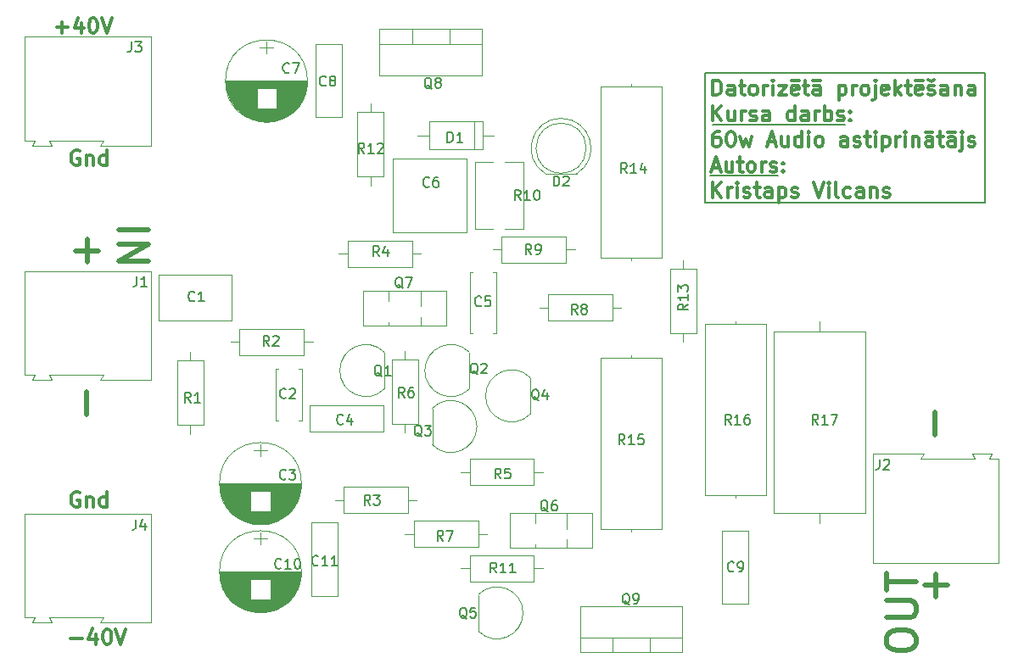
<source format=gbr>
G04 #@! TF.FileFunction,Legend,Top*
%FSLAX46Y46*%
G04 Gerber Fmt 4.6, Leading zero omitted, Abs format (unit mm)*
G04 Created by KiCad (PCBNEW 4.0.6) date 06/17/17 10:59:13*
%MOMM*%
%LPD*%
G01*
G04 APERTURE LIST*
%ADD10C,0.100000*%
%ADD11C,0.200000*%
%ADD12C,0.300000*%
%ADD13C,0.500000*%
%ADD14C,0.120000*%
%ADD15C,0.150000*%
G04 APERTURE END LIST*
D10*
D11*
X143900000Y-76575000D02*
X150650000Y-76575000D01*
X144150000Y-71475000D02*
X157375000Y-71475000D01*
X143350000Y-66325000D02*
X143350000Y-79325000D01*
X171300000Y-66325000D02*
X143350000Y-66325000D01*
X171300000Y-79325000D02*
X171300000Y-66325000D01*
X143350000Y-79325000D02*
X171300000Y-79325000D01*
D12*
X144157143Y-68578571D02*
X144157143Y-67078571D01*
X144514286Y-67078571D01*
X144728571Y-67150000D01*
X144871429Y-67292857D01*
X144942857Y-67435714D01*
X145014286Y-67721429D01*
X145014286Y-67935714D01*
X144942857Y-68221429D01*
X144871429Y-68364286D01*
X144728571Y-68507143D01*
X144514286Y-68578571D01*
X144157143Y-68578571D01*
X146300000Y-68578571D02*
X146300000Y-67792857D01*
X146228571Y-67650000D01*
X146085714Y-67578571D01*
X145800000Y-67578571D01*
X145657143Y-67650000D01*
X146300000Y-68507143D02*
X146157143Y-68578571D01*
X145800000Y-68578571D01*
X145657143Y-68507143D01*
X145585714Y-68364286D01*
X145585714Y-68221429D01*
X145657143Y-68078571D01*
X145800000Y-68007143D01*
X146157143Y-68007143D01*
X146300000Y-67935714D01*
X146800000Y-67578571D02*
X147371429Y-67578571D01*
X147014286Y-67078571D02*
X147014286Y-68364286D01*
X147085714Y-68507143D01*
X147228572Y-68578571D01*
X147371429Y-68578571D01*
X148085715Y-68578571D02*
X147942857Y-68507143D01*
X147871429Y-68435714D01*
X147800000Y-68292857D01*
X147800000Y-67864286D01*
X147871429Y-67721429D01*
X147942857Y-67650000D01*
X148085715Y-67578571D01*
X148300000Y-67578571D01*
X148442857Y-67650000D01*
X148514286Y-67721429D01*
X148585715Y-67864286D01*
X148585715Y-68292857D01*
X148514286Y-68435714D01*
X148442857Y-68507143D01*
X148300000Y-68578571D01*
X148085715Y-68578571D01*
X149228572Y-68578571D02*
X149228572Y-67578571D01*
X149228572Y-67864286D02*
X149300000Y-67721429D01*
X149371429Y-67650000D01*
X149514286Y-67578571D01*
X149657143Y-67578571D01*
X150157143Y-68578571D02*
X150157143Y-67578571D01*
X150157143Y-67078571D02*
X150085714Y-67150000D01*
X150157143Y-67221429D01*
X150228571Y-67150000D01*
X150157143Y-67078571D01*
X150157143Y-67221429D01*
X150728572Y-67578571D02*
X151514286Y-67578571D01*
X150728572Y-68578571D01*
X151514286Y-68578571D01*
X152657143Y-68507143D02*
X152514286Y-68578571D01*
X152228572Y-68578571D01*
X152085715Y-68507143D01*
X152014286Y-68364286D01*
X152014286Y-67792857D01*
X152085715Y-67650000D01*
X152228572Y-67578571D01*
X152514286Y-67578571D01*
X152657143Y-67650000D01*
X152728572Y-67792857D01*
X152728572Y-67935714D01*
X152014286Y-68078571D01*
X152014286Y-67150000D02*
X152728572Y-67150000D01*
X153157143Y-67578571D02*
X153728572Y-67578571D01*
X153371429Y-67078571D02*
X153371429Y-68364286D01*
X153442857Y-68507143D01*
X153585715Y-68578571D01*
X153728572Y-68578571D01*
X154871429Y-68578571D02*
X154871429Y-67792857D01*
X154800000Y-67650000D01*
X154657143Y-67578571D01*
X154371429Y-67578571D01*
X154228572Y-67650000D01*
X154871429Y-68507143D02*
X154728572Y-68578571D01*
X154371429Y-68578571D01*
X154228572Y-68507143D01*
X154157143Y-68364286D01*
X154157143Y-68221429D01*
X154228572Y-68078571D01*
X154371429Y-68007143D01*
X154728572Y-68007143D01*
X154871429Y-67935714D01*
X154157143Y-67150000D02*
X154871429Y-67150000D01*
X156728572Y-67578571D02*
X156728572Y-69078571D01*
X156728572Y-67650000D02*
X156871429Y-67578571D01*
X157157143Y-67578571D01*
X157300000Y-67650000D01*
X157371429Y-67721429D01*
X157442858Y-67864286D01*
X157442858Y-68292857D01*
X157371429Y-68435714D01*
X157300000Y-68507143D01*
X157157143Y-68578571D01*
X156871429Y-68578571D01*
X156728572Y-68507143D01*
X158085715Y-68578571D02*
X158085715Y-67578571D01*
X158085715Y-67864286D02*
X158157143Y-67721429D01*
X158228572Y-67650000D01*
X158371429Y-67578571D01*
X158514286Y-67578571D01*
X159228572Y-68578571D02*
X159085714Y-68507143D01*
X159014286Y-68435714D01*
X158942857Y-68292857D01*
X158942857Y-67864286D01*
X159014286Y-67721429D01*
X159085714Y-67650000D01*
X159228572Y-67578571D01*
X159442857Y-67578571D01*
X159585714Y-67650000D01*
X159657143Y-67721429D01*
X159728572Y-67864286D01*
X159728572Y-68292857D01*
X159657143Y-68435714D01*
X159585714Y-68507143D01*
X159442857Y-68578571D01*
X159228572Y-68578571D01*
X160371429Y-67578571D02*
X160371429Y-68864286D01*
X160300000Y-69007143D01*
X160157143Y-69078571D01*
X160085715Y-69078571D01*
X160371429Y-67078571D02*
X160300000Y-67150000D01*
X160371429Y-67221429D01*
X160442857Y-67150000D01*
X160371429Y-67078571D01*
X160371429Y-67221429D01*
X161657143Y-68507143D02*
X161514286Y-68578571D01*
X161228572Y-68578571D01*
X161085715Y-68507143D01*
X161014286Y-68364286D01*
X161014286Y-67792857D01*
X161085715Y-67650000D01*
X161228572Y-67578571D01*
X161514286Y-67578571D01*
X161657143Y-67650000D01*
X161728572Y-67792857D01*
X161728572Y-67935714D01*
X161014286Y-68078571D01*
X162371429Y-68578571D02*
X162371429Y-67078571D01*
X162514286Y-68007143D02*
X162942857Y-68578571D01*
X162942857Y-67578571D02*
X162371429Y-68150000D01*
X163371429Y-67578571D02*
X163942858Y-67578571D01*
X163585715Y-67078571D02*
X163585715Y-68364286D01*
X163657143Y-68507143D01*
X163800001Y-68578571D01*
X163942858Y-68578571D01*
X165014286Y-68507143D02*
X164871429Y-68578571D01*
X164585715Y-68578571D01*
X164442858Y-68507143D01*
X164371429Y-68364286D01*
X164371429Y-67792857D01*
X164442858Y-67650000D01*
X164585715Y-67578571D01*
X164871429Y-67578571D01*
X165014286Y-67650000D01*
X165085715Y-67792857D01*
X165085715Y-67935714D01*
X164371429Y-68078571D01*
X164371429Y-67150000D02*
X165085715Y-67150000D01*
X165657143Y-68507143D02*
X165800000Y-68578571D01*
X166085715Y-68578571D01*
X166228572Y-68507143D01*
X166300000Y-68364286D01*
X166300000Y-68292857D01*
X166228572Y-68150000D01*
X166085715Y-68078571D01*
X165871429Y-68078571D01*
X165728572Y-68007143D01*
X165657143Y-67864286D01*
X165657143Y-67792857D01*
X165728572Y-67650000D01*
X165871429Y-67578571D01*
X166085715Y-67578571D01*
X166228572Y-67650000D01*
X165657143Y-67007143D02*
X165942858Y-67221429D01*
X166228572Y-67007143D01*
X167585715Y-68578571D02*
X167585715Y-67792857D01*
X167514286Y-67650000D01*
X167371429Y-67578571D01*
X167085715Y-67578571D01*
X166942858Y-67650000D01*
X167585715Y-68507143D02*
X167442858Y-68578571D01*
X167085715Y-68578571D01*
X166942858Y-68507143D01*
X166871429Y-68364286D01*
X166871429Y-68221429D01*
X166942858Y-68078571D01*
X167085715Y-68007143D01*
X167442858Y-68007143D01*
X167585715Y-67935714D01*
X168300001Y-67578571D02*
X168300001Y-68578571D01*
X168300001Y-67721429D02*
X168371429Y-67650000D01*
X168514287Y-67578571D01*
X168728572Y-67578571D01*
X168871429Y-67650000D01*
X168942858Y-67792857D01*
X168942858Y-68578571D01*
X170300001Y-68578571D02*
X170300001Y-67792857D01*
X170228572Y-67650000D01*
X170085715Y-67578571D01*
X169800001Y-67578571D01*
X169657144Y-67650000D01*
X170300001Y-68507143D02*
X170157144Y-68578571D01*
X169800001Y-68578571D01*
X169657144Y-68507143D01*
X169585715Y-68364286D01*
X169585715Y-68221429D01*
X169657144Y-68078571D01*
X169800001Y-68007143D01*
X170157144Y-68007143D01*
X170300001Y-67935714D01*
X144157143Y-71128571D02*
X144157143Y-69628571D01*
X145014286Y-71128571D02*
X144371429Y-70271429D01*
X145014286Y-69628571D02*
X144157143Y-70485714D01*
X146300000Y-70128571D02*
X146300000Y-71128571D01*
X145657143Y-70128571D02*
X145657143Y-70914286D01*
X145728571Y-71057143D01*
X145871429Y-71128571D01*
X146085714Y-71128571D01*
X146228571Y-71057143D01*
X146300000Y-70985714D01*
X147014286Y-71128571D02*
X147014286Y-70128571D01*
X147014286Y-70414286D02*
X147085714Y-70271429D01*
X147157143Y-70200000D01*
X147300000Y-70128571D01*
X147442857Y-70128571D01*
X147871428Y-71057143D02*
X148014285Y-71128571D01*
X148300000Y-71128571D01*
X148442857Y-71057143D01*
X148514285Y-70914286D01*
X148514285Y-70842857D01*
X148442857Y-70700000D01*
X148300000Y-70628571D01*
X148085714Y-70628571D01*
X147942857Y-70557143D01*
X147871428Y-70414286D01*
X147871428Y-70342857D01*
X147942857Y-70200000D01*
X148085714Y-70128571D01*
X148300000Y-70128571D01*
X148442857Y-70200000D01*
X149800000Y-71128571D02*
X149800000Y-70342857D01*
X149728571Y-70200000D01*
X149585714Y-70128571D01*
X149300000Y-70128571D01*
X149157143Y-70200000D01*
X149800000Y-71057143D02*
X149657143Y-71128571D01*
X149300000Y-71128571D01*
X149157143Y-71057143D01*
X149085714Y-70914286D01*
X149085714Y-70771429D01*
X149157143Y-70628571D01*
X149300000Y-70557143D01*
X149657143Y-70557143D01*
X149800000Y-70485714D01*
X152300000Y-71128571D02*
X152300000Y-69628571D01*
X152300000Y-71057143D02*
X152157143Y-71128571D01*
X151871429Y-71128571D01*
X151728571Y-71057143D01*
X151657143Y-70985714D01*
X151585714Y-70842857D01*
X151585714Y-70414286D01*
X151657143Y-70271429D01*
X151728571Y-70200000D01*
X151871429Y-70128571D01*
X152157143Y-70128571D01*
X152300000Y-70200000D01*
X153657143Y-71128571D02*
X153657143Y-70342857D01*
X153585714Y-70200000D01*
X153442857Y-70128571D01*
X153157143Y-70128571D01*
X153014286Y-70200000D01*
X153657143Y-71057143D02*
X153514286Y-71128571D01*
X153157143Y-71128571D01*
X153014286Y-71057143D01*
X152942857Y-70914286D01*
X152942857Y-70771429D01*
X153014286Y-70628571D01*
X153157143Y-70557143D01*
X153514286Y-70557143D01*
X153657143Y-70485714D01*
X154371429Y-71128571D02*
X154371429Y-70128571D01*
X154371429Y-70414286D02*
X154442857Y-70271429D01*
X154514286Y-70200000D01*
X154657143Y-70128571D01*
X154800000Y-70128571D01*
X155300000Y-71128571D02*
X155300000Y-69628571D01*
X155300000Y-70200000D02*
X155442857Y-70128571D01*
X155728571Y-70128571D01*
X155871428Y-70200000D01*
X155942857Y-70271429D01*
X156014286Y-70414286D01*
X156014286Y-70842857D01*
X155942857Y-70985714D01*
X155871428Y-71057143D01*
X155728571Y-71128571D01*
X155442857Y-71128571D01*
X155300000Y-71057143D01*
X156585714Y-71057143D02*
X156728571Y-71128571D01*
X157014286Y-71128571D01*
X157157143Y-71057143D01*
X157228571Y-70914286D01*
X157228571Y-70842857D01*
X157157143Y-70700000D01*
X157014286Y-70628571D01*
X156800000Y-70628571D01*
X156657143Y-70557143D01*
X156585714Y-70414286D01*
X156585714Y-70342857D01*
X156657143Y-70200000D01*
X156800000Y-70128571D01*
X157014286Y-70128571D01*
X157157143Y-70200000D01*
X157871429Y-70985714D02*
X157942857Y-71057143D01*
X157871429Y-71128571D01*
X157800000Y-71057143D01*
X157871429Y-70985714D01*
X157871429Y-71128571D01*
X157871429Y-70200000D02*
X157942857Y-70271429D01*
X157871429Y-70342857D01*
X157800000Y-70271429D01*
X157871429Y-70200000D01*
X157871429Y-70342857D01*
X144800000Y-72178571D02*
X144514286Y-72178571D01*
X144371429Y-72250000D01*
X144300000Y-72321429D01*
X144157143Y-72535714D01*
X144085714Y-72821429D01*
X144085714Y-73392857D01*
X144157143Y-73535714D01*
X144228571Y-73607143D01*
X144371429Y-73678571D01*
X144657143Y-73678571D01*
X144800000Y-73607143D01*
X144871429Y-73535714D01*
X144942857Y-73392857D01*
X144942857Y-73035714D01*
X144871429Y-72892857D01*
X144800000Y-72821429D01*
X144657143Y-72750000D01*
X144371429Y-72750000D01*
X144228571Y-72821429D01*
X144157143Y-72892857D01*
X144085714Y-73035714D01*
X145871428Y-72178571D02*
X146014285Y-72178571D01*
X146157142Y-72250000D01*
X146228571Y-72321429D01*
X146300000Y-72464286D01*
X146371428Y-72750000D01*
X146371428Y-73107143D01*
X146300000Y-73392857D01*
X146228571Y-73535714D01*
X146157142Y-73607143D01*
X146014285Y-73678571D01*
X145871428Y-73678571D01*
X145728571Y-73607143D01*
X145657142Y-73535714D01*
X145585714Y-73392857D01*
X145514285Y-73107143D01*
X145514285Y-72750000D01*
X145585714Y-72464286D01*
X145657142Y-72321429D01*
X145728571Y-72250000D01*
X145871428Y-72178571D01*
X146871428Y-72678571D02*
X147157142Y-73678571D01*
X147442856Y-72964286D01*
X147728571Y-73678571D01*
X148014285Y-72678571D01*
X149657142Y-73250000D02*
X150371428Y-73250000D01*
X149514285Y-73678571D02*
X150014285Y-72178571D01*
X150514285Y-73678571D01*
X151657142Y-72678571D02*
X151657142Y-73678571D01*
X151014285Y-72678571D02*
X151014285Y-73464286D01*
X151085713Y-73607143D01*
X151228571Y-73678571D01*
X151442856Y-73678571D01*
X151585713Y-73607143D01*
X151657142Y-73535714D01*
X153014285Y-73678571D02*
X153014285Y-72178571D01*
X153014285Y-73607143D02*
X152871428Y-73678571D01*
X152585714Y-73678571D01*
X152442856Y-73607143D01*
X152371428Y-73535714D01*
X152299999Y-73392857D01*
X152299999Y-72964286D01*
X152371428Y-72821429D01*
X152442856Y-72750000D01*
X152585714Y-72678571D01*
X152871428Y-72678571D01*
X153014285Y-72750000D01*
X153728571Y-73678571D02*
X153728571Y-72678571D01*
X153728571Y-72178571D02*
X153657142Y-72250000D01*
X153728571Y-72321429D01*
X153799999Y-72250000D01*
X153728571Y-72178571D01*
X153728571Y-72321429D01*
X154657143Y-73678571D02*
X154514285Y-73607143D01*
X154442857Y-73535714D01*
X154371428Y-73392857D01*
X154371428Y-72964286D01*
X154442857Y-72821429D01*
X154514285Y-72750000D01*
X154657143Y-72678571D01*
X154871428Y-72678571D01*
X155014285Y-72750000D01*
X155085714Y-72821429D01*
X155157143Y-72964286D01*
X155157143Y-73392857D01*
X155085714Y-73535714D01*
X155014285Y-73607143D01*
X154871428Y-73678571D01*
X154657143Y-73678571D01*
X157585714Y-73678571D02*
X157585714Y-72892857D01*
X157514285Y-72750000D01*
X157371428Y-72678571D01*
X157085714Y-72678571D01*
X156942857Y-72750000D01*
X157585714Y-73607143D02*
X157442857Y-73678571D01*
X157085714Y-73678571D01*
X156942857Y-73607143D01*
X156871428Y-73464286D01*
X156871428Y-73321429D01*
X156942857Y-73178571D01*
X157085714Y-73107143D01*
X157442857Y-73107143D01*
X157585714Y-73035714D01*
X158228571Y-73607143D02*
X158371428Y-73678571D01*
X158657143Y-73678571D01*
X158800000Y-73607143D01*
X158871428Y-73464286D01*
X158871428Y-73392857D01*
X158800000Y-73250000D01*
X158657143Y-73178571D01*
X158442857Y-73178571D01*
X158300000Y-73107143D01*
X158228571Y-72964286D01*
X158228571Y-72892857D01*
X158300000Y-72750000D01*
X158442857Y-72678571D01*
X158657143Y-72678571D01*
X158800000Y-72750000D01*
X159300000Y-72678571D02*
X159871429Y-72678571D01*
X159514286Y-72178571D02*
X159514286Y-73464286D01*
X159585714Y-73607143D01*
X159728572Y-73678571D01*
X159871429Y-73678571D01*
X160371429Y-73678571D02*
X160371429Y-72678571D01*
X160371429Y-72178571D02*
X160300000Y-72250000D01*
X160371429Y-72321429D01*
X160442857Y-72250000D01*
X160371429Y-72178571D01*
X160371429Y-72321429D01*
X161085715Y-72678571D02*
X161085715Y-74178571D01*
X161085715Y-72750000D02*
X161228572Y-72678571D01*
X161514286Y-72678571D01*
X161657143Y-72750000D01*
X161728572Y-72821429D01*
X161800001Y-72964286D01*
X161800001Y-73392857D01*
X161728572Y-73535714D01*
X161657143Y-73607143D01*
X161514286Y-73678571D01*
X161228572Y-73678571D01*
X161085715Y-73607143D01*
X162442858Y-73678571D02*
X162442858Y-72678571D01*
X162442858Y-72964286D02*
X162514286Y-72821429D01*
X162585715Y-72750000D01*
X162728572Y-72678571D01*
X162871429Y-72678571D01*
X163371429Y-73678571D02*
X163371429Y-72678571D01*
X163371429Y-72178571D02*
X163300000Y-72250000D01*
X163371429Y-72321429D01*
X163442857Y-72250000D01*
X163371429Y-72178571D01*
X163371429Y-72321429D01*
X164085715Y-72678571D02*
X164085715Y-73678571D01*
X164085715Y-72821429D02*
X164157143Y-72750000D01*
X164300001Y-72678571D01*
X164514286Y-72678571D01*
X164657143Y-72750000D01*
X164728572Y-72892857D01*
X164728572Y-73678571D01*
X166085715Y-73678571D02*
X166085715Y-72892857D01*
X166014286Y-72750000D01*
X165871429Y-72678571D01*
X165585715Y-72678571D01*
X165442858Y-72750000D01*
X166085715Y-73607143D02*
X165942858Y-73678571D01*
X165585715Y-73678571D01*
X165442858Y-73607143D01*
X165371429Y-73464286D01*
X165371429Y-73321429D01*
X165442858Y-73178571D01*
X165585715Y-73107143D01*
X165942858Y-73107143D01*
X166085715Y-73035714D01*
X165371429Y-72250000D02*
X166085715Y-72250000D01*
X166585715Y-72678571D02*
X167157144Y-72678571D01*
X166800001Y-72178571D02*
X166800001Y-73464286D01*
X166871429Y-73607143D01*
X167014287Y-73678571D01*
X167157144Y-73678571D01*
X168300001Y-73678571D02*
X168300001Y-72892857D01*
X168228572Y-72750000D01*
X168085715Y-72678571D01*
X167800001Y-72678571D01*
X167657144Y-72750000D01*
X168300001Y-73607143D02*
X168157144Y-73678571D01*
X167800001Y-73678571D01*
X167657144Y-73607143D01*
X167585715Y-73464286D01*
X167585715Y-73321429D01*
X167657144Y-73178571D01*
X167800001Y-73107143D01*
X168157144Y-73107143D01*
X168300001Y-73035714D01*
X167585715Y-72250000D02*
X168300001Y-72250000D01*
X169014287Y-72678571D02*
X169014287Y-73964286D01*
X168942858Y-74107143D01*
X168800001Y-74178571D01*
X168728573Y-74178571D01*
X169014287Y-72178571D02*
X168942858Y-72250000D01*
X169014287Y-72321429D01*
X169085715Y-72250000D01*
X169014287Y-72178571D01*
X169014287Y-72321429D01*
X169657144Y-73607143D02*
X169800001Y-73678571D01*
X170085716Y-73678571D01*
X170228573Y-73607143D01*
X170300001Y-73464286D01*
X170300001Y-73392857D01*
X170228573Y-73250000D01*
X170085716Y-73178571D01*
X169871430Y-73178571D01*
X169728573Y-73107143D01*
X169657144Y-72964286D01*
X169657144Y-72892857D01*
X169728573Y-72750000D01*
X169871430Y-72678571D01*
X170085716Y-72678571D01*
X170228573Y-72750000D01*
X144085714Y-75800000D02*
X144800000Y-75800000D01*
X143942857Y-76228571D02*
X144442857Y-74728571D01*
X144942857Y-76228571D01*
X146085714Y-75228571D02*
X146085714Y-76228571D01*
X145442857Y-75228571D02*
X145442857Y-76014286D01*
X145514285Y-76157143D01*
X145657143Y-76228571D01*
X145871428Y-76228571D01*
X146014285Y-76157143D01*
X146085714Y-76085714D01*
X146585714Y-75228571D02*
X147157143Y-75228571D01*
X146800000Y-74728571D02*
X146800000Y-76014286D01*
X146871428Y-76157143D01*
X147014286Y-76228571D01*
X147157143Y-76228571D01*
X147871429Y-76228571D02*
X147728571Y-76157143D01*
X147657143Y-76085714D01*
X147585714Y-75942857D01*
X147585714Y-75514286D01*
X147657143Y-75371429D01*
X147728571Y-75300000D01*
X147871429Y-75228571D01*
X148085714Y-75228571D01*
X148228571Y-75300000D01*
X148300000Y-75371429D01*
X148371429Y-75514286D01*
X148371429Y-75942857D01*
X148300000Y-76085714D01*
X148228571Y-76157143D01*
X148085714Y-76228571D01*
X147871429Y-76228571D01*
X149014286Y-76228571D02*
X149014286Y-75228571D01*
X149014286Y-75514286D02*
X149085714Y-75371429D01*
X149157143Y-75300000D01*
X149300000Y-75228571D01*
X149442857Y-75228571D01*
X149871428Y-76157143D02*
X150014285Y-76228571D01*
X150300000Y-76228571D01*
X150442857Y-76157143D01*
X150514285Y-76014286D01*
X150514285Y-75942857D01*
X150442857Y-75800000D01*
X150300000Y-75728571D01*
X150085714Y-75728571D01*
X149942857Y-75657143D01*
X149871428Y-75514286D01*
X149871428Y-75442857D01*
X149942857Y-75300000D01*
X150085714Y-75228571D01*
X150300000Y-75228571D01*
X150442857Y-75300000D01*
X151157143Y-76085714D02*
X151228571Y-76157143D01*
X151157143Y-76228571D01*
X151085714Y-76157143D01*
X151157143Y-76085714D01*
X151157143Y-76228571D01*
X151157143Y-75300000D02*
X151228571Y-75371429D01*
X151157143Y-75442857D01*
X151085714Y-75371429D01*
X151157143Y-75300000D01*
X151157143Y-75442857D01*
X144157143Y-78778571D02*
X144157143Y-77278571D01*
X145014286Y-78778571D02*
X144371429Y-77921429D01*
X145014286Y-77278571D02*
X144157143Y-78135714D01*
X145657143Y-78778571D02*
X145657143Y-77778571D01*
X145657143Y-78064286D02*
X145728571Y-77921429D01*
X145800000Y-77850000D01*
X145942857Y-77778571D01*
X146085714Y-77778571D01*
X146585714Y-78778571D02*
X146585714Y-77778571D01*
X146585714Y-77278571D02*
X146514285Y-77350000D01*
X146585714Y-77421429D01*
X146657142Y-77350000D01*
X146585714Y-77278571D01*
X146585714Y-77421429D01*
X147228571Y-78707143D02*
X147371428Y-78778571D01*
X147657143Y-78778571D01*
X147800000Y-78707143D01*
X147871428Y-78564286D01*
X147871428Y-78492857D01*
X147800000Y-78350000D01*
X147657143Y-78278571D01*
X147442857Y-78278571D01*
X147300000Y-78207143D01*
X147228571Y-78064286D01*
X147228571Y-77992857D01*
X147300000Y-77850000D01*
X147442857Y-77778571D01*
X147657143Y-77778571D01*
X147800000Y-77850000D01*
X148300000Y-77778571D02*
X148871429Y-77778571D01*
X148514286Y-77278571D02*
X148514286Y-78564286D01*
X148585714Y-78707143D01*
X148728572Y-78778571D01*
X148871429Y-78778571D01*
X150014286Y-78778571D02*
X150014286Y-77992857D01*
X149942857Y-77850000D01*
X149800000Y-77778571D01*
X149514286Y-77778571D01*
X149371429Y-77850000D01*
X150014286Y-78707143D02*
X149871429Y-78778571D01*
X149514286Y-78778571D01*
X149371429Y-78707143D01*
X149300000Y-78564286D01*
X149300000Y-78421429D01*
X149371429Y-78278571D01*
X149514286Y-78207143D01*
X149871429Y-78207143D01*
X150014286Y-78135714D01*
X150728572Y-77778571D02*
X150728572Y-79278571D01*
X150728572Y-77850000D02*
X150871429Y-77778571D01*
X151157143Y-77778571D01*
X151300000Y-77850000D01*
X151371429Y-77921429D01*
X151442858Y-78064286D01*
X151442858Y-78492857D01*
X151371429Y-78635714D01*
X151300000Y-78707143D01*
X151157143Y-78778571D01*
X150871429Y-78778571D01*
X150728572Y-78707143D01*
X152014286Y-78707143D02*
X152157143Y-78778571D01*
X152442858Y-78778571D01*
X152585715Y-78707143D01*
X152657143Y-78564286D01*
X152657143Y-78492857D01*
X152585715Y-78350000D01*
X152442858Y-78278571D01*
X152228572Y-78278571D01*
X152085715Y-78207143D01*
X152014286Y-78064286D01*
X152014286Y-77992857D01*
X152085715Y-77850000D01*
X152228572Y-77778571D01*
X152442858Y-77778571D01*
X152585715Y-77850000D01*
X154228572Y-77278571D02*
X154728572Y-78778571D01*
X155228572Y-77278571D01*
X155728572Y-78778571D02*
X155728572Y-77778571D01*
X155728572Y-77278571D02*
X155657143Y-77350000D01*
X155728572Y-77421429D01*
X155800000Y-77350000D01*
X155728572Y-77278571D01*
X155728572Y-77421429D01*
X156657144Y-78778571D02*
X156514286Y-78707143D01*
X156442858Y-78564286D01*
X156442858Y-77278571D01*
X157871429Y-78707143D02*
X157728572Y-78778571D01*
X157442858Y-78778571D01*
X157300000Y-78707143D01*
X157228572Y-78635714D01*
X157157143Y-78492857D01*
X157157143Y-78064286D01*
X157228572Y-77921429D01*
X157300000Y-77850000D01*
X157442858Y-77778571D01*
X157728572Y-77778571D01*
X157871429Y-77850000D01*
X159157143Y-78778571D02*
X159157143Y-77992857D01*
X159085714Y-77850000D01*
X158942857Y-77778571D01*
X158657143Y-77778571D01*
X158514286Y-77850000D01*
X159157143Y-78707143D02*
X159014286Y-78778571D01*
X158657143Y-78778571D01*
X158514286Y-78707143D01*
X158442857Y-78564286D01*
X158442857Y-78421429D01*
X158514286Y-78278571D01*
X158657143Y-78207143D01*
X159014286Y-78207143D01*
X159157143Y-78135714D01*
X159871429Y-77778571D02*
X159871429Y-78778571D01*
X159871429Y-77921429D02*
X159942857Y-77850000D01*
X160085715Y-77778571D01*
X160300000Y-77778571D01*
X160442857Y-77850000D01*
X160514286Y-77992857D01*
X160514286Y-78778571D01*
X161157143Y-78707143D02*
X161300000Y-78778571D01*
X161585715Y-78778571D01*
X161728572Y-78707143D01*
X161800000Y-78564286D01*
X161800000Y-78492857D01*
X161728572Y-78350000D01*
X161585715Y-78278571D01*
X161371429Y-78278571D01*
X161228572Y-78207143D01*
X161157143Y-78064286D01*
X161157143Y-77992857D01*
X161228572Y-77850000D01*
X161371429Y-77778571D01*
X161585715Y-77778571D01*
X161728572Y-77850000D01*
X80935714Y-74150000D02*
X80792857Y-74078571D01*
X80578571Y-74078571D01*
X80364286Y-74150000D01*
X80221428Y-74292857D01*
X80150000Y-74435714D01*
X80078571Y-74721429D01*
X80078571Y-74935714D01*
X80150000Y-75221429D01*
X80221428Y-75364286D01*
X80364286Y-75507143D01*
X80578571Y-75578571D01*
X80721428Y-75578571D01*
X80935714Y-75507143D01*
X81007143Y-75435714D01*
X81007143Y-74935714D01*
X80721428Y-74935714D01*
X81650000Y-74578571D02*
X81650000Y-75578571D01*
X81650000Y-74721429D02*
X81721428Y-74650000D01*
X81864286Y-74578571D01*
X82078571Y-74578571D01*
X82221428Y-74650000D01*
X82292857Y-74792857D01*
X82292857Y-75578571D01*
X83650000Y-75578571D02*
X83650000Y-74078571D01*
X83650000Y-75507143D02*
X83507143Y-75578571D01*
X83221429Y-75578571D01*
X83078571Y-75507143D01*
X83007143Y-75435714D01*
X82935714Y-75292857D01*
X82935714Y-74864286D01*
X83007143Y-74721429D01*
X83078571Y-74650000D01*
X83221429Y-74578571D01*
X83507143Y-74578571D01*
X83650000Y-74650000D01*
X80935714Y-108250000D02*
X80792857Y-108178571D01*
X80578571Y-108178571D01*
X80364286Y-108250000D01*
X80221428Y-108392857D01*
X80150000Y-108535714D01*
X80078571Y-108821429D01*
X80078571Y-109035714D01*
X80150000Y-109321429D01*
X80221428Y-109464286D01*
X80364286Y-109607143D01*
X80578571Y-109678571D01*
X80721428Y-109678571D01*
X80935714Y-109607143D01*
X81007143Y-109535714D01*
X81007143Y-109035714D01*
X80721428Y-109035714D01*
X81650000Y-108678571D02*
X81650000Y-109678571D01*
X81650000Y-108821429D02*
X81721428Y-108750000D01*
X81864286Y-108678571D01*
X82078571Y-108678571D01*
X82221428Y-108750000D01*
X82292857Y-108892857D01*
X82292857Y-109678571D01*
X83650000Y-109678571D02*
X83650000Y-108178571D01*
X83650000Y-109607143D02*
X83507143Y-109678571D01*
X83221429Y-109678571D01*
X83078571Y-109607143D01*
X83007143Y-109535714D01*
X82935714Y-109392857D01*
X82935714Y-108964286D01*
X83007143Y-108821429D01*
X83078571Y-108750000D01*
X83221429Y-108678571D01*
X83507143Y-108678571D01*
X83650000Y-108750000D01*
D13*
X166314286Y-102542857D02*
X166314286Y-100257143D01*
X165257143Y-117514286D02*
X167542857Y-117514286D01*
X166400000Y-118657143D02*
X166400000Y-116371429D01*
D12*
X78657144Y-61807143D02*
X79800001Y-61807143D01*
X79228572Y-62378571D02*
X79228572Y-61235714D01*
X81157144Y-61378571D02*
X81157144Y-62378571D01*
X80800001Y-60807143D02*
X80442858Y-61878571D01*
X81371430Y-61878571D01*
X82228572Y-60878571D02*
X82371429Y-60878571D01*
X82514286Y-60950000D01*
X82585715Y-61021429D01*
X82657144Y-61164286D01*
X82728572Y-61450000D01*
X82728572Y-61807143D01*
X82657144Y-62092857D01*
X82585715Y-62235714D01*
X82514286Y-62307143D01*
X82371429Y-62378571D01*
X82228572Y-62378571D01*
X82085715Y-62307143D01*
X82014286Y-62235714D01*
X81942858Y-62092857D01*
X81871429Y-61807143D01*
X81871429Y-61450000D01*
X81942858Y-61164286D01*
X82014286Y-61021429D01*
X82085715Y-60950000D01*
X82228572Y-60878571D01*
X83157143Y-60878571D02*
X83657143Y-62378571D01*
X84157143Y-60878571D01*
D13*
X81614286Y-100442857D02*
X81614286Y-98157143D01*
X80557143Y-84114286D02*
X82842857Y-84114286D01*
X81700000Y-85257143D02*
X81700000Y-82971429D01*
D12*
X80057144Y-122807143D02*
X81200001Y-122807143D01*
X82557144Y-122378571D02*
X82557144Y-123378571D01*
X82200001Y-121807143D02*
X81842858Y-122878571D01*
X82771430Y-122878571D01*
X83628572Y-121878571D02*
X83771429Y-121878571D01*
X83914286Y-121950000D01*
X83985715Y-122021429D01*
X84057144Y-122164286D01*
X84128572Y-122450000D01*
X84128572Y-122807143D01*
X84057144Y-123092857D01*
X83985715Y-123235714D01*
X83914286Y-123307143D01*
X83771429Y-123378571D01*
X83628572Y-123378571D01*
X83485715Y-123307143D01*
X83414286Y-123235714D01*
X83342858Y-123092857D01*
X83271429Y-122807143D01*
X83271429Y-122450000D01*
X83342858Y-122164286D01*
X83414286Y-122021429D01*
X83485715Y-121950000D01*
X83628572Y-121878571D01*
X84557143Y-121878571D02*
X85057143Y-123378571D01*
X85557143Y-121878571D01*
D13*
X161457143Y-123300000D02*
X161457143Y-122728571D01*
X161600000Y-122442857D01*
X161885714Y-122157143D01*
X162457143Y-122014285D01*
X163457143Y-122014285D01*
X164028571Y-122157143D01*
X164314286Y-122442857D01*
X164457143Y-122728571D01*
X164457143Y-123300000D01*
X164314286Y-123585714D01*
X164028571Y-123871428D01*
X163457143Y-124014285D01*
X162457143Y-124014285D01*
X161885714Y-123871428D01*
X161600000Y-123585714D01*
X161457143Y-123300000D01*
X161457143Y-120728571D02*
X163885714Y-120728571D01*
X164171429Y-120585714D01*
X164314286Y-120442857D01*
X164457143Y-120157143D01*
X164457143Y-119585714D01*
X164314286Y-119300000D01*
X164171429Y-119157143D01*
X163885714Y-119014286D01*
X161457143Y-119014286D01*
X161457143Y-118014286D02*
X161457143Y-116300000D01*
X164457143Y-117157143D02*
X161457143Y-117157143D01*
X84842857Y-82028572D02*
X87842857Y-82028572D01*
X84842857Y-83457143D02*
X87842857Y-83457143D01*
X84842857Y-85171428D01*
X87842857Y-85171428D01*
D14*
X96160000Y-91110000D02*
X88840000Y-91110000D01*
X96160000Y-86490000D02*
X88840000Y-86490000D01*
X96160000Y-91110000D02*
X96160000Y-86490000D01*
X88840000Y-91110000D02*
X88840000Y-86490000D01*
X103110000Y-95940000D02*
X103110000Y-101060000D01*
X100490000Y-95940000D02*
X100490000Y-101060000D01*
X103110000Y-95940000D02*
X102796000Y-95940000D01*
X100804000Y-95940000D02*
X100490000Y-95940000D01*
X103110000Y-101060000D02*
X102796000Y-101060000D01*
X100804000Y-101060000D02*
X100490000Y-101060000D01*
X103050000Y-107350000D02*
X94950000Y-107350000D01*
X103050000Y-107390000D02*
X94950000Y-107390000D01*
X103050000Y-107430000D02*
X94950000Y-107430000D01*
X103049000Y-107470000D02*
X94951000Y-107470000D01*
X103047000Y-107510000D02*
X94953000Y-107510000D01*
X103046000Y-107550000D02*
X94954000Y-107550000D01*
X103043000Y-107590000D02*
X94957000Y-107590000D01*
X103041000Y-107630000D02*
X94959000Y-107630000D01*
X103038000Y-107670000D02*
X94962000Y-107670000D01*
X103035000Y-107710000D02*
X94965000Y-107710000D01*
X103031000Y-107750000D02*
X94969000Y-107750000D01*
X103027000Y-107790000D02*
X94973000Y-107790000D01*
X103022000Y-107830000D02*
X94978000Y-107830000D01*
X103017000Y-107870000D02*
X94983000Y-107870000D01*
X103012000Y-107910000D02*
X94988000Y-107910000D01*
X103006000Y-107950000D02*
X94994000Y-107950000D01*
X103000000Y-107990000D02*
X95000000Y-107990000D01*
X102994000Y-108030000D02*
X95006000Y-108030000D01*
X102987000Y-108071000D02*
X95013000Y-108071000D01*
X102979000Y-108111000D02*
X95021000Y-108111000D01*
X102971000Y-108151000D02*
X99980000Y-108151000D01*
X98020000Y-108151000D02*
X95029000Y-108151000D01*
X102963000Y-108191000D02*
X99980000Y-108191000D01*
X98020000Y-108191000D02*
X95037000Y-108191000D01*
X102955000Y-108231000D02*
X99980000Y-108231000D01*
X98020000Y-108231000D02*
X95045000Y-108231000D01*
X102946000Y-108271000D02*
X99980000Y-108271000D01*
X98020000Y-108271000D02*
X95054000Y-108271000D01*
X102936000Y-108311000D02*
X99980000Y-108311000D01*
X98020000Y-108311000D02*
X95064000Y-108311000D01*
X102926000Y-108351000D02*
X99980000Y-108351000D01*
X98020000Y-108351000D02*
X95074000Y-108351000D01*
X102916000Y-108391000D02*
X99980000Y-108391000D01*
X98020000Y-108391000D02*
X95084000Y-108391000D01*
X102905000Y-108431000D02*
X99980000Y-108431000D01*
X98020000Y-108431000D02*
X95095000Y-108431000D01*
X102894000Y-108471000D02*
X99980000Y-108471000D01*
X98020000Y-108471000D02*
X95106000Y-108471000D01*
X102883000Y-108511000D02*
X99980000Y-108511000D01*
X98020000Y-108511000D02*
X95117000Y-108511000D01*
X102870000Y-108551000D02*
X99980000Y-108551000D01*
X98020000Y-108551000D02*
X95130000Y-108551000D01*
X102858000Y-108591000D02*
X99980000Y-108591000D01*
X98020000Y-108591000D02*
X95142000Y-108591000D01*
X102845000Y-108631000D02*
X99980000Y-108631000D01*
X98020000Y-108631000D02*
X95155000Y-108631000D01*
X102832000Y-108671000D02*
X99980000Y-108671000D01*
X98020000Y-108671000D02*
X95168000Y-108671000D01*
X102818000Y-108711000D02*
X99980000Y-108711000D01*
X98020000Y-108711000D02*
X95182000Y-108711000D01*
X102803000Y-108751000D02*
X99980000Y-108751000D01*
X98020000Y-108751000D02*
X95197000Y-108751000D01*
X102789000Y-108791000D02*
X99980000Y-108791000D01*
X98020000Y-108791000D02*
X95211000Y-108791000D01*
X102773000Y-108831000D02*
X99980000Y-108831000D01*
X98020000Y-108831000D02*
X95227000Y-108831000D01*
X102758000Y-108871000D02*
X99980000Y-108871000D01*
X98020000Y-108871000D02*
X95242000Y-108871000D01*
X102741000Y-108911000D02*
X99980000Y-108911000D01*
X98020000Y-108911000D02*
X95259000Y-108911000D01*
X102725000Y-108951000D02*
X99980000Y-108951000D01*
X98020000Y-108951000D02*
X95275000Y-108951000D01*
X102707000Y-108991000D02*
X99980000Y-108991000D01*
X98020000Y-108991000D02*
X95293000Y-108991000D01*
X102690000Y-109031000D02*
X99980000Y-109031000D01*
X98020000Y-109031000D02*
X95310000Y-109031000D01*
X102671000Y-109071000D02*
X99980000Y-109071000D01*
X98020000Y-109071000D02*
X95329000Y-109071000D01*
X102652000Y-109111000D02*
X99980000Y-109111000D01*
X98020000Y-109111000D02*
X95348000Y-109111000D01*
X102633000Y-109151000D02*
X99980000Y-109151000D01*
X98020000Y-109151000D02*
X95367000Y-109151000D01*
X102613000Y-109191000D02*
X99980000Y-109191000D01*
X98020000Y-109191000D02*
X95387000Y-109191000D01*
X102593000Y-109231000D02*
X99980000Y-109231000D01*
X98020000Y-109231000D02*
X95407000Y-109231000D01*
X102572000Y-109271000D02*
X99980000Y-109271000D01*
X98020000Y-109271000D02*
X95428000Y-109271000D01*
X102550000Y-109311000D02*
X99980000Y-109311000D01*
X98020000Y-109311000D02*
X95450000Y-109311000D01*
X102528000Y-109351000D02*
X99980000Y-109351000D01*
X98020000Y-109351000D02*
X95472000Y-109351000D01*
X102505000Y-109391000D02*
X99980000Y-109391000D01*
X98020000Y-109391000D02*
X95495000Y-109391000D01*
X102482000Y-109431000D02*
X99980000Y-109431000D01*
X98020000Y-109431000D02*
X95518000Y-109431000D01*
X102458000Y-109471000D02*
X99980000Y-109471000D01*
X98020000Y-109471000D02*
X95542000Y-109471000D01*
X102434000Y-109511000D02*
X99980000Y-109511000D01*
X98020000Y-109511000D02*
X95566000Y-109511000D01*
X102408000Y-109551000D02*
X99980000Y-109551000D01*
X98020000Y-109551000D02*
X95592000Y-109551000D01*
X102383000Y-109591000D02*
X99980000Y-109591000D01*
X98020000Y-109591000D02*
X95617000Y-109591000D01*
X102356000Y-109631000D02*
X99980000Y-109631000D01*
X98020000Y-109631000D02*
X95644000Y-109631000D01*
X102329000Y-109671000D02*
X99980000Y-109671000D01*
X98020000Y-109671000D02*
X95671000Y-109671000D01*
X102301000Y-109711000D02*
X99980000Y-109711000D01*
X98020000Y-109711000D02*
X95699000Y-109711000D01*
X102272000Y-109751000D02*
X99980000Y-109751000D01*
X98020000Y-109751000D02*
X95728000Y-109751000D01*
X102243000Y-109791000D02*
X99980000Y-109791000D01*
X98020000Y-109791000D02*
X95757000Y-109791000D01*
X102213000Y-109831000D02*
X99980000Y-109831000D01*
X98020000Y-109831000D02*
X95787000Y-109831000D01*
X102182000Y-109871000D02*
X99980000Y-109871000D01*
X98020000Y-109871000D02*
X95818000Y-109871000D01*
X102150000Y-109911000D02*
X99980000Y-109911000D01*
X98020000Y-109911000D02*
X95850000Y-109911000D01*
X102118000Y-109951000D02*
X99980000Y-109951000D01*
X98020000Y-109951000D02*
X95882000Y-109951000D01*
X102084000Y-109991000D02*
X99980000Y-109991000D01*
X98020000Y-109991000D02*
X95916000Y-109991000D01*
X102050000Y-110031000D02*
X99980000Y-110031000D01*
X98020000Y-110031000D02*
X95950000Y-110031000D01*
X102015000Y-110071000D02*
X99980000Y-110071000D01*
X98020000Y-110071000D02*
X95985000Y-110071000D01*
X101979000Y-110111000D02*
X96021000Y-110111000D01*
X101942000Y-110151000D02*
X96058000Y-110151000D01*
X101904000Y-110191000D02*
X96096000Y-110191000D01*
X101865000Y-110231000D02*
X96135000Y-110231000D01*
X101824000Y-110271000D02*
X96176000Y-110271000D01*
X101783000Y-110311000D02*
X96217000Y-110311000D01*
X101740000Y-110351000D02*
X96260000Y-110351000D01*
X101697000Y-110391000D02*
X96303000Y-110391000D01*
X101652000Y-110431000D02*
X96348000Y-110431000D01*
X101605000Y-110471000D02*
X96395000Y-110471000D01*
X101557000Y-110511000D02*
X96443000Y-110511000D01*
X101508000Y-110551000D02*
X96492000Y-110551000D01*
X101457000Y-110591000D02*
X96543000Y-110591000D01*
X101404000Y-110631000D02*
X96596000Y-110631000D01*
X101349000Y-110671000D02*
X96651000Y-110671000D01*
X101293000Y-110711000D02*
X96707000Y-110711000D01*
X101234000Y-110751000D02*
X96766000Y-110751000D01*
X101173000Y-110791000D02*
X96827000Y-110791000D01*
X101109000Y-110831000D02*
X96891000Y-110831000D01*
X101043000Y-110871000D02*
X96957000Y-110871000D01*
X100974000Y-110911000D02*
X97026000Y-110911000D01*
X100902000Y-110951000D02*
X97098000Y-110951000D01*
X100826000Y-110991000D02*
X97174000Y-110991000D01*
X100745000Y-111031000D02*
X97255000Y-111031000D01*
X100660000Y-111071000D02*
X97340000Y-111071000D01*
X100570000Y-111111000D02*
X97430000Y-111111000D01*
X100473000Y-111151000D02*
X97527000Y-111151000D01*
X100369000Y-111191000D02*
X97631000Y-111191000D01*
X100254000Y-111231000D02*
X97746000Y-111231000D01*
X100127000Y-111271000D02*
X97873000Y-111271000D01*
X99983000Y-111311000D02*
X98017000Y-111311000D01*
X99814000Y-111351000D02*
X98186000Y-111351000D01*
X99598000Y-111391000D02*
X98402000Y-111391000D01*
X99246000Y-111431000D02*
X98754000Y-111431000D01*
X99000000Y-103400000D02*
X99000000Y-104600000D01*
X99650000Y-104000000D02*
X98350000Y-104000000D01*
X103090000Y-107350000D02*
G75*
G03X103090000Y-107350000I-4090000J0D01*
G01*
X111260800Y-102158400D02*
X103940800Y-102158400D01*
X111260800Y-99538400D02*
X103940800Y-99538400D01*
X111260800Y-102158400D02*
X111260800Y-99538400D01*
X103940800Y-102158400D02*
X103940800Y-99538400D01*
X119890000Y-92360000D02*
X119890000Y-86240000D01*
X122510000Y-92360000D02*
X122510000Y-86240000D01*
X119890000Y-92360000D02*
X120204000Y-92360000D01*
X122196000Y-92360000D02*
X122510000Y-92360000D01*
X119890000Y-86240000D02*
X120204000Y-86240000D01*
X122196000Y-86240000D02*
X122510000Y-86240000D01*
X112240000Y-74940000D02*
X119560000Y-74940000D01*
X112240000Y-82260000D02*
X119560000Y-82260000D01*
X112240000Y-74940000D02*
X112240000Y-82260000D01*
X119560000Y-74940000D02*
X119560000Y-82260000D01*
X103650000Y-67150000D02*
X95550000Y-67150000D01*
X103650000Y-67190000D02*
X95550000Y-67190000D01*
X103650000Y-67230000D02*
X95550000Y-67230000D01*
X103649000Y-67270000D02*
X95551000Y-67270000D01*
X103647000Y-67310000D02*
X95553000Y-67310000D01*
X103646000Y-67350000D02*
X95554000Y-67350000D01*
X103643000Y-67390000D02*
X95557000Y-67390000D01*
X103641000Y-67430000D02*
X95559000Y-67430000D01*
X103638000Y-67470000D02*
X95562000Y-67470000D01*
X103635000Y-67510000D02*
X95565000Y-67510000D01*
X103631000Y-67550000D02*
X95569000Y-67550000D01*
X103627000Y-67590000D02*
X95573000Y-67590000D01*
X103622000Y-67630000D02*
X95578000Y-67630000D01*
X103617000Y-67670000D02*
X95583000Y-67670000D01*
X103612000Y-67710000D02*
X95588000Y-67710000D01*
X103606000Y-67750000D02*
X95594000Y-67750000D01*
X103600000Y-67790000D02*
X95600000Y-67790000D01*
X103594000Y-67830000D02*
X95606000Y-67830000D01*
X103587000Y-67871000D02*
X95613000Y-67871000D01*
X103579000Y-67911000D02*
X95621000Y-67911000D01*
X103571000Y-67951000D02*
X100580000Y-67951000D01*
X98620000Y-67951000D02*
X95629000Y-67951000D01*
X103563000Y-67991000D02*
X100580000Y-67991000D01*
X98620000Y-67991000D02*
X95637000Y-67991000D01*
X103555000Y-68031000D02*
X100580000Y-68031000D01*
X98620000Y-68031000D02*
X95645000Y-68031000D01*
X103546000Y-68071000D02*
X100580000Y-68071000D01*
X98620000Y-68071000D02*
X95654000Y-68071000D01*
X103536000Y-68111000D02*
X100580000Y-68111000D01*
X98620000Y-68111000D02*
X95664000Y-68111000D01*
X103526000Y-68151000D02*
X100580000Y-68151000D01*
X98620000Y-68151000D02*
X95674000Y-68151000D01*
X103516000Y-68191000D02*
X100580000Y-68191000D01*
X98620000Y-68191000D02*
X95684000Y-68191000D01*
X103505000Y-68231000D02*
X100580000Y-68231000D01*
X98620000Y-68231000D02*
X95695000Y-68231000D01*
X103494000Y-68271000D02*
X100580000Y-68271000D01*
X98620000Y-68271000D02*
X95706000Y-68271000D01*
X103483000Y-68311000D02*
X100580000Y-68311000D01*
X98620000Y-68311000D02*
X95717000Y-68311000D01*
X103470000Y-68351000D02*
X100580000Y-68351000D01*
X98620000Y-68351000D02*
X95730000Y-68351000D01*
X103458000Y-68391000D02*
X100580000Y-68391000D01*
X98620000Y-68391000D02*
X95742000Y-68391000D01*
X103445000Y-68431000D02*
X100580000Y-68431000D01*
X98620000Y-68431000D02*
X95755000Y-68431000D01*
X103432000Y-68471000D02*
X100580000Y-68471000D01*
X98620000Y-68471000D02*
X95768000Y-68471000D01*
X103418000Y-68511000D02*
X100580000Y-68511000D01*
X98620000Y-68511000D02*
X95782000Y-68511000D01*
X103403000Y-68551000D02*
X100580000Y-68551000D01*
X98620000Y-68551000D02*
X95797000Y-68551000D01*
X103389000Y-68591000D02*
X100580000Y-68591000D01*
X98620000Y-68591000D02*
X95811000Y-68591000D01*
X103373000Y-68631000D02*
X100580000Y-68631000D01*
X98620000Y-68631000D02*
X95827000Y-68631000D01*
X103358000Y-68671000D02*
X100580000Y-68671000D01*
X98620000Y-68671000D02*
X95842000Y-68671000D01*
X103341000Y-68711000D02*
X100580000Y-68711000D01*
X98620000Y-68711000D02*
X95859000Y-68711000D01*
X103325000Y-68751000D02*
X100580000Y-68751000D01*
X98620000Y-68751000D02*
X95875000Y-68751000D01*
X103307000Y-68791000D02*
X100580000Y-68791000D01*
X98620000Y-68791000D02*
X95893000Y-68791000D01*
X103290000Y-68831000D02*
X100580000Y-68831000D01*
X98620000Y-68831000D02*
X95910000Y-68831000D01*
X103271000Y-68871000D02*
X100580000Y-68871000D01*
X98620000Y-68871000D02*
X95929000Y-68871000D01*
X103252000Y-68911000D02*
X100580000Y-68911000D01*
X98620000Y-68911000D02*
X95948000Y-68911000D01*
X103233000Y-68951000D02*
X100580000Y-68951000D01*
X98620000Y-68951000D02*
X95967000Y-68951000D01*
X103213000Y-68991000D02*
X100580000Y-68991000D01*
X98620000Y-68991000D02*
X95987000Y-68991000D01*
X103193000Y-69031000D02*
X100580000Y-69031000D01*
X98620000Y-69031000D02*
X96007000Y-69031000D01*
X103172000Y-69071000D02*
X100580000Y-69071000D01*
X98620000Y-69071000D02*
X96028000Y-69071000D01*
X103150000Y-69111000D02*
X100580000Y-69111000D01*
X98620000Y-69111000D02*
X96050000Y-69111000D01*
X103128000Y-69151000D02*
X100580000Y-69151000D01*
X98620000Y-69151000D02*
X96072000Y-69151000D01*
X103105000Y-69191000D02*
X100580000Y-69191000D01*
X98620000Y-69191000D02*
X96095000Y-69191000D01*
X103082000Y-69231000D02*
X100580000Y-69231000D01*
X98620000Y-69231000D02*
X96118000Y-69231000D01*
X103058000Y-69271000D02*
X100580000Y-69271000D01*
X98620000Y-69271000D02*
X96142000Y-69271000D01*
X103034000Y-69311000D02*
X100580000Y-69311000D01*
X98620000Y-69311000D02*
X96166000Y-69311000D01*
X103008000Y-69351000D02*
X100580000Y-69351000D01*
X98620000Y-69351000D02*
X96192000Y-69351000D01*
X102983000Y-69391000D02*
X100580000Y-69391000D01*
X98620000Y-69391000D02*
X96217000Y-69391000D01*
X102956000Y-69431000D02*
X100580000Y-69431000D01*
X98620000Y-69431000D02*
X96244000Y-69431000D01*
X102929000Y-69471000D02*
X100580000Y-69471000D01*
X98620000Y-69471000D02*
X96271000Y-69471000D01*
X102901000Y-69511000D02*
X100580000Y-69511000D01*
X98620000Y-69511000D02*
X96299000Y-69511000D01*
X102872000Y-69551000D02*
X100580000Y-69551000D01*
X98620000Y-69551000D02*
X96328000Y-69551000D01*
X102843000Y-69591000D02*
X100580000Y-69591000D01*
X98620000Y-69591000D02*
X96357000Y-69591000D01*
X102813000Y-69631000D02*
X100580000Y-69631000D01*
X98620000Y-69631000D02*
X96387000Y-69631000D01*
X102782000Y-69671000D02*
X100580000Y-69671000D01*
X98620000Y-69671000D02*
X96418000Y-69671000D01*
X102750000Y-69711000D02*
X100580000Y-69711000D01*
X98620000Y-69711000D02*
X96450000Y-69711000D01*
X102718000Y-69751000D02*
X100580000Y-69751000D01*
X98620000Y-69751000D02*
X96482000Y-69751000D01*
X102684000Y-69791000D02*
X100580000Y-69791000D01*
X98620000Y-69791000D02*
X96516000Y-69791000D01*
X102650000Y-69831000D02*
X100580000Y-69831000D01*
X98620000Y-69831000D02*
X96550000Y-69831000D01*
X102615000Y-69871000D02*
X100580000Y-69871000D01*
X98620000Y-69871000D02*
X96585000Y-69871000D01*
X102579000Y-69911000D02*
X96621000Y-69911000D01*
X102542000Y-69951000D02*
X96658000Y-69951000D01*
X102504000Y-69991000D02*
X96696000Y-69991000D01*
X102465000Y-70031000D02*
X96735000Y-70031000D01*
X102424000Y-70071000D02*
X96776000Y-70071000D01*
X102383000Y-70111000D02*
X96817000Y-70111000D01*
X102340000Y-70151000D02*
X96860000Y-70151000D01*
X102297000Y-70191000D02*
X96903000Y-70191000D01*
X102252000Y-70231000D02*
X96948000Y-70231000D01*
X102205000Y-70271000D02*
X96995000Y-70271000D01*
X102157000Y-70311000D02*
X97043000Y-70311000D01*
X102108000Y-70351000D02*
X97092000Y-70351000D01*
X102057000Y-70391000D02*
X97143000Y-70391000D01*
X102004000Y-70431000D02*
X97196000Y-70431000D01*
X101949000Y-70471000D02*
X97251000Y-70471000D01*
X101893000Y-70511000D02*
X97307000Y-70511000D01*
X101834000Y-70551000D02*
X97366000Y-70551000D01*
X101773000Y-70591000D02*
X97427000Y-70591000D01*
X101709000Y-70631000D02*
X97491000Y-70631000D01*
X101643000Y-70671000D02*
X97557000Y-70671000D01*
X101574000Y-70711000D02*
X97626000Y-70711000D01*
X101502000Y-70751000D02*
X97698000Y-70751000D01*
X101426000Y-70791000D02*
X97774000Y-70791000D01*
X101345000Y-70831000D02*
X97855000Y-70831000D01*
X101260000Y-70871000D02*
X97940000Y-70871000D01*
X101170000Y-70911000D02*
X98030000Y-70911000D01*
X101073000Y-70951000D02*
X98127000Y-70951000D01*
X100969000Y-70991000D02*
X98231000Y-70991000D01*
X100854000Y-71031000D02*
X98346000Y-71031000D01*
X100727000Y-71071000D02*
X98473000Y-71071000D01*
X100583000Y-71111000D02*
X98617000Y-71111000D01*
X100414000Y-71151000D02*
X98786000Y-71151000D01*
X100198000Y-71191000D02*
X99002000Y-71191000D01*
X99846000Y-71231000D02*
X99354000Y-71231000D01*
X99600000Y-63200000D02*
X99600000Y-64400000D01*
X100250000Y-63800000D02*
X98950000Y-63800000D01*
X103690000Y-67150000D02*
G75*
G03X103690000Y-67150000I-4090000J0D01*
G01*
X107110000Y-63440000D02*
X107110000Y-70760000D01*
X104490000Y-63440000D02*
X104490000Y-70760000D01*
X107110000Y-63440000D02*
X104490000Y-63440000D01*
X107110000Y-70760000D02*
X104490000Y-70760000D01*
X147710000Y-112040000D02*
X147710000Y-119360000D01*
X145090000Y-112040000D02*
X145090000Y-119360000D01*
X147710000Y-112040000D02*
X145090000Y-112040000D01*
X147710000Y-119360000D02*
X145090000Y-119360000D01*
X103050000Y-116150000D02*
X94950000Y-116150000D01*
X103050000Y-116190000D02*
X94950000Y-116190000D01*
X103050000Y-116230000D02*
X94950000Y-116230000D01*
X103049000Y-116270000D02*
X94951000Y-116270000D01*
X103047000Y-116310000D02*
X94953000Y-116310000D01*
X103046000Y-116350000D02*
X94954000Y-116350000D01*
X103043000Y-116390000D02*
X94957000Y-116390000D01*
X103041000Y-116430000D02*
X94959000Y-116430000D01*
X103038000Y-116470000D02*
X94962000Y-116470000D01*
X103035000Y-116510000D02*
X94965000Y-116510000D01*
X103031000Y-116550000D02*
X94969000Y-116550000D01*
X103027000Y-116590000D02*
X94973000Y-116590000D01*
X103022000Y-116630000D02*
X94978000Y-116630000D01*
X103017000Y-116670000D02*
X94983000Y-116670000D01*
X103012000Y-116710000D02*
X94988000Y-116710000D01*
X103006000Y-116750000D02*
X94994000Y-116750000D01*
X103000000Y-116790000D02*
X95000000Y-116790000D01*
X102994000Y-116830000D02*
X95006000Y-116830000D01*
X102987000Y-116871000D02*
X95013000Y-116871000D01*
X102979000Y-116911000D02*
X95021000Y-116911000D01*
X102971000Y-116951000D02*
X99980000Y-116951000D01*
X98020000Y-116951000D02*
X95029000Y-116951000D01*
X102963000Y-116991000D02*
X99980000Y-116991000D01*
X98020000Y-116991000D02*
X95037000Y-116991000D01*
X102955000Y-117031000D02*
X99980000Y-117031000D01*
X98020000Y-117031000D02*
X95045000Y-117031000D01*
X102946000Y-117071000D02*
X99980000Y-117071000D01*
X98020000Y-117071000D02*
X95054000Y-117071000D01*
X102936000Y-117111000D02*
X99980000Y-117111000D01*
X98020000Y-117111000D02*
X95064000Y-117111000D01*
X102926000Y-117151000D02*
X99980000Y-117151000D01*
X98020000Y-117151000D02*
X95074000Y-117151000D01*
X102916000Y-117191000D02*
X99980000Y-117191000D01*
X98020000Y-117191000D02*
X95084000Y-117191000D01*
X102905000Y-117231000D02*
X99980000Y-117231000D01*
X98020000Y-117231000D02*
X95095000Y-117231000D01*
X102894000Y-117271000D02*
X99980000Y-117271000D01*
X98020000Y-117271000D02*
X95106000Y-117271000D01*
X102883000Y-117311000D02*
X99980000Y-117311000D01*
X98020000Y-117311000D02*
X95117000Y-117311000D01*
X102870000Y-117351000D02*
X99980000Y-117351000D01*
X98020000Y-117351000D02*
X95130000Y-117351000D01*
X102858000Y-117391000D02*
X99980000Y-117391000D01*
X98020000Y-117391000D02*
X95142000Y-117391000D01*
X102845000Y-117431000D02*
X99980000Y-117431000D01*
X98020000Y-117431000D02*
X95155000Y-117431000D01*
X102832000Y-117471000D02*
X99980000Y-117471000D01*
X98020000Y-117471000D02*
X95168000Y-117471000D01*
X102818000Y-117511000D02*
X99980000Y-117511000D01*
X98020000Y-117511000D02*
X95182000Y-117511000D01*
X102803000Y-117551000D02*
X99980000Y-117551000D01*
X98020000Y-117551000D02*
X95197000Y-117551000D01*
X102789000Y-117591000D02*
X99980000Y-117591000D01*
X98020000Y-117591000D02*
X95211000Y-117591000D01*
X102773000Y-117631000D02*
X99980000Y-117631000D01*
X98020000Y-117631000D02*
X95227000Y-117631000D01*
X102758000Y-117671000D02*
X99980000Y-117671000D01*
X98020000Y-117671000D02*
X95242000Y-117671000D01*
X102741000Y-117711000D02*
X99980000Y-117711000D01*
X98020000Y-117711000D02*
X95259000Y-117711000D01*
X102725000Y-117751000D02*
X99980000Y-117751000D01*
X98020000Y-117751000D02*
X95275000Y-117751000D01*
X102707000Y-117791000D02*
X99980000Y-117791000D01*
X98020000Y-117791000D02*
X95293000Y-117791000D01*
X102690000Y-117831000D02*
X99980000Y-117831000D01*
X98020000Y-117831000D02*
X95310000Y-117831000D01*
X102671000Y-117871000D02*
X99980000Y-117871000D01*
X98020000Y-117871000D02*
X95329000Y-117871000D01*
X102652000Y-117911000D02*
X99980000Y-117911000D01*
X98020000Y-117911000D02*
X95348000Y-117911000D01*
X102633000Y-117951000D02*
X99980000Y-117951000D01*
X98020000Y-117951000D02*
X95367000Y-117951000D01*
X102613000Y-117991000D02*
X99980000Y-117991000D01*
X98020000Y-117991000D02*
X95387000Y-117991000D01*
X102593000Y-118031000D02*
X99980000Y-118031000D01*
X98020000Y-118031000D02*
X95407000Y-118031000D01*
X102572000Y-118071000D02*
X99980000Y-118071000D01*
X98020000Y-118071000D02*
X95428000Y-118071000D01*
X102550000Y-118111000D02*
X99980000Y-118111000D01*
X98020000Y-118111000D02*
X95450000Y-118111000D01*
X102528000Y-118151000D02*
X99980000Y-118151000D01*
X98020000Y-118151000D02*
X95472000Y-118151000D01*
X102505000Y-118191000D02*
X99980000Y-118191000D01*
X98020000Y-118191000D02*
X95495000Y-118191000D01*
X102482000Y-118231000D02*
X99980000Y-118231000D01*
X98020000Y-118231000D02*
X95518000Y-118231000D01*
X102458000Y-118271000D02*
X99980000Y-118271000D01*
X98020000Y-118271000D02*
X95542000Y-118271000D01*
X102434000Y-118311000D02*
X99980000Y-118311000D01*
X98020000Y-118311000D02*
X95566000Y-118311000D01*
X102408000Y-118351000D02*
X99980000Y-118351000D01*
X98020000Y-118351000D02*
X95592000Y-118351000D01*
X102383000Y-118391000D02*
X99980000Y-118391000D01*
X98020000Y-118391000D02*
X95617000Y-118391000D01*
X102356000Y-118431000D02*
X99980000Y-118431000D01*
X98020000Y-118431000D02*
X95644000Y-118431000D01*
X102329000Y-118471000D02*
X99980000Y-118471000D01*
X98020000Y-118471000D02*
X95671000Y-118471000D01*
X102301000Y-118511000D02*
X99980000Y-118511000D01*
X98020000Y-118511000D02*
X95699000Y-118511000D01*
X102272000Y-118551000D02*
X99980000Y-118551000D01*
X98020000Y-118551000D02*
X95728000Y-118551000D01*
X102243000Y-118591000D02*
X99980000Y-118591000D01*
X98020000Y-118591000D02*
X95757000Y-118591000D01*
X102213000Y-118631000D02*
X99980000Y-118631000D01*
X98020000Y-118631000D02*
X95787000Y-118631000D01*
X102182000Y-118671000D02*
X99980000Y-118671000D01*
X98020000Y-118671000D02*
X95818000Y-118671000D01*
X102150000Y-118711000D02*
X99980000Y-118711000D01*
X98020000Y-118711000D02*
X95850000Y-118711000D01*
X102118000Y-118751000D02*
X99980000Y-118751000D01*
X98020000Y-118751000D02*
X95882000Y-118751000D01*
X102084000Y-118791000D02*
X99980000Y-118791000D01*
X98020000Y-118791000D02*
X95916000Y-118791000D01*
X102050000Y-118831000D02*
X99980000Y-118831000D01*
X98020000Y-118831000D02*
X95950000Y-118831000D01*
X102015000Y-118871000D02*
X99980000Y-118871000D01*
X98020000Y-118871000D02*
X95985000Y-118871000D01*
X101979000Y-118911000D02*
X96021000Y-118911000D01*
X101942000Y-118951000D02*
X96058000Y-118951000D01*
X101904000Y-118991000D02*
X96096000Y-118991000D01*
X101865000Y-119031000D02*
X96135000Y-119031000D01*
X101824000Y-119071000D02*
X96176000Y-119071000D01*
X101783000Y-119111000D02*
X96217000Y-119111000D01*
X101740000Y-119151000D02*
X96260000Y-119151000D01*
X101697000Y-119191000D02*
X96303000Y-119191000D01*
X101652000Y-119231000D02*
X96348000Y-119231000D01*
X101605000Y-119271000D02*
X96395000Y-119271000D01*
X101557000Y-119311000D02*
X96443000Y-119311000D01*
X101508000Y-119351000D02*
X96492000Y-119351000D01*
X101457000Y-119391000D02*
X96543000Y-119391000D01*
X101404000Y-119431000D02*
X96596000Y-119431000D01*
X101349000Y-119471000D02*
X96651000Y-119471000D01*
X101293000Y-119511000D02*
X96707000Y-119511000D01*
X101234000Y-119551000D02*
X96766000Y-119551000D01*
X101173000Y-119591000D02*
X96827000Y-119591000D01*
X101109000Y-119631000D02*
X96891000Y-119631000D01*
X101043000Y-119671000D02*
X96957000Y-119671000D01*
X100974000Y-119711000D02*
X97026000Y-119711000D01*
X100902000Y-119751000D02*
X97098000Y-119751000D01*
X100826000Y-119791000D02*
X97174000Y-119791000D01*
X100745000Y-119831000D02*
X97255000Y-119831000D01*
X100660000Y-119871000D02*
X97340000Y-119871000D01*
X100570000Y-119911000D02*
X97430000Y-119911000D01*
X100473000Y-119951000D02*
X97527000Y-119951000D01*
X100369000Y-119991000D02*
X97631000Y-119991000D01*
X100254000Y-120031000D02*
X97746000Y-120031000D01*
X100127000Y-120071000D02*
X97873000Y-120071000D01*
X99983000Y-120111000D02*
X98017000Y-120111000D01*
X99814000Y-120151000D02*
X98186000Y-120151000D01*
X99598000Y-120191000D02*
X98402000Y-120191000D01*
X99246000Y-120231000D02*
X98754000Y-120231000D01*
X99000000Y-112200000D02*
X99000000Y-113400000D01*
X99650000Y-112800000D02*
X98350000Y-112800000D01*
X103090000Y-116150000D02*
G75*
G03X103090000Y-116150000I-4090000J0D01*
G01*
X104090000Y-118560000D02*
X104090000Y-111240000D01*
X106710000Y-118560000D02*
X106710000Y-111240000D01*
X104090000Y-118560000D02*
X106710000Y-118560000D01*
X104090000Y-111240000D02*
X106710000Y-111240000D01*
X121140000Y-74010000D02*
X121140000Y-71190000D01*
X121140000Y-71190000D02*
X115820000Y-71190000D01*
X115820000Y-71190000D02*
X115820000Y-74010000D01*
X115820000Y-74010000D02*
X121140000Y-74010000D01*
X122280000Y-72600000D02*
X121140000Y-72600000D01*
X114680000Y-72600000D02*
X115820000Y-72600000D01*
X120300000Y-74010000D02*
X120300000Y-71190000D01*
X129000462Y-70880000D02*
G75*
G03X127455170Y-76430000I-462J-2990000D01*
G01*
X128999538Y-70880000D02*
G75*
G02X130544830Y-76430000I462J-2990000D01*
G01*
X131500000Y-73870000D02*
G75*
G03X131500000Y-73870000I-2500000J0D01*
G01*
X127455000Y-76430000D02*
X130545000Y-76430000D01*
X88100000Y-86150000D02*
X75500000Y-86150000D01*
X75500000Y-86150000D02*
X75500000Y-96500000D01*
X75500000Y-96500000D02*
X76450000Y-96500000D01*
X76450000Y-96500000D02*
X76200000Y-97000000D01*
X76200000Y-97000000D02*
X78100000Y-97000000D01*
X78100000Y-97000000D02*
X78150000Y-97000000D01*
X78150000Y-97000000D02*
X77900000Y-96500000D01*
X77900000Y-96500000D02*
X83300000Y-96500000D01*
X83300000Y-96500000D02*
X83000000Y-97000000D01*
X83000000Y-97000000D02*
X88100000Y-97000000D01*
X88100000Y-97000000D02*
X88100000Y-86150000D01*
X160100000Y-115250000D02*
X172700000Y-115250000D01*
X172700000Y-115250000D02*
X172700000Y-104900000D01*
X172700000Y-104900000D02*
X171750000Y-104900000D01*
X171750000Y-104900000D02*
X172000000Y-104400000D01*
X172000000Y-104400000D02*
X170100000Y-104400000D01*
X170100000Y-104400000D02*
X170050000Y-104400000D01*
X170050000Y-104400000D02*
X170300000Y-104900000D01*
X170300000Y-104900000D02*
X164900000Y-104900000D01*
X164900000Y-104900000D02*
X165200000Y-104400000D01*
X165200000Y-104400000D02*
X160100000Y-104400000D01*
X160100000Y-104400000D02*
X160100000Y-115250000D01*
X88100000Y-62750000D02*
X75500000Y-62750000D01*
X75500000Y-62750000D02*
X75500000Y-73100000D01*
X75500000Y-73100000D02*
X76450000Y-73100000D01*
X76450000Y-73100000D02*
X76200000Y-73600000D01*
X76200000Y-73600000D02*
X78100000Y-73600000D01*
X78100000Y-73600000D02*
X78150000Y-73600000D01*
X78150000Y-73600000D02*
X77900000Y-73100000D01*
X77900000Y-73100000D02*
X83300000Y-73100000D01*
X83300000Y-73100000D02*
X83000000Y-73600000D01*
X83000000Y-73600000D02*
X88100000Y-73600000D01*
X88100000Y-73600000D02*
X88100000Y-62750000D01*
X88100000Y-110350000D02*
X75500000Y-110350000D01*
X75500000Y-110350000D02*
X75500000Y-120700000D01*
X75500000Y-120700000D02*
X76450000Y-120700000D01*
X76450000Y-120700000D02*
X76200000Y-121200000D01*
X76200000Y-121200000D02*
X78100000Y-121200000D01*
X78100000Y-121200000D02*
X78150000Y-121200000D01*
X78150000Y-121200000D02*
X77900000Y-120700000D01*
X77900000Y-120700000D02*
X83300000Y-120700000D01*
X83300000Y-120700000D02*
X83000000Y-121200000D01*
X83000000Y-121200000D02*
X88100000Y-121200000D01*
X88100000Y-121200000D02*
X88100000Y-110350000D01*
X111370400Y-97870000D02*
X111370400Y-94270000D01*
X111358878Y-97908478D02*
G75*
G02X106920400Y-96070000I-1838478J1838478D01*
G01*
X111358878Y-94231522D02*
G75*
G03X106920400Y-96070000I-1838478J-1838478D01*
G01*
X119850000Y-97870000D02*
X119850000Y-94270000D01*
X119838478Y-97908478D02*
G75*
G02X115400000Y-96070000I-1838478J1838478D01*
G01*
X119838478Y-94231522D02*
G75*
G03X115400000Y-96070000I-1838478J-1838478D01*
G01*
X116150000Y-99861200D02*
X116150000Y-103461200D01*
X116161522Y-99822722D02*
G75*
G02X120600000Y-101661200I1838478J-1838478D01*
G01*
X116161522Y-103499678D02*
G75*
G03X120600000Y-101661200I1838478J1838478D01*
G01*
X125920000Y-100400000D02*
X125920000Y-96800000D01*
X125908478Y-100438478D02*
G75*
G02X121470000Y-98600000I-1838478J1838478D01*
G01*
X125908478Y-96761522D02*
G75*
G03X121470000Y-98600000I-1838478J-1838478D01*
G01*
X120750000Y-118470000D02*
X120750000Y-122070000D01*
X120761522Y-118431522D02*
G75*
G02X125200000Y-120270000I1838478J-1838478D01*
G01*
X120761522Y-122108478D02*
G75*
G03X125200000Y-120270000I1838478J1838478D01*
G01*
X123880000Y-110280000D02*
X132120000Y-110280000D01*
X123880000Y-113770000D02*
X132120000Y-113770000D01*
X123880000Y-110280000D02*
X123880000Y-113770000D01*
X132120000Y-110280000D02*
X132120000Y-113770000D01*
X126400000Y-110280000D02*
X126400000Y-111350000D01*
X126400000Y-113450000D02*
X126400000Y-113770000D01*
X129601000Y-110280000D02*
X129601000Y-111860000D01*
X129601000Y-112940000D02*
X129601000Y-113770000D01*
X109280000Y-88080000D02*
X117520000Y-88080000D01*
X109280000Y-91570000D02*
X117520000Y-91570000D01*
X109280000Y-88080000D02*
X109280000Y-91570000D01*
X117520000Y-88080000D02*
X117520000Y-91570000D01*
X111800000Y-88080000D02*
X111800000Y-89150000D01*
X111800000Y-91250000D02*
X111800000Y-91570000D01*
X115001000Y-88080000D02*
X115001000Y-89660000D01*
X115001000Y-90740000D02*
X115001000Y-91570000D01*
X110880000Y-61980000D02*
X121120000Y-61980000D01*
X110880000Y-66621000D02*
X121120000Y-66621000D01*
X110880000Y-61980000D02*
X110880000Y-66621000D01*
X121120000Y-61980000D02*
X121120000Y-66621000D01*
X110880000Y-63490000D02*
X121120000Y-63490000D01*
X114150000Y-61980000D02*
X114150000Y-63490000D01*
X117851000Y-61980000D02*
X117851000Y-63490000D01*
X141120000Y-124220000D02*
X130880000Y-124220000D01*
X141120000Y-119579000D02*
X130880000Y-119579000D01*
X141120000Y-124220000D02*
X141120000Y-119579000D01*
X130880000Y-124220000D02*
X130880000Y-119579000D01*
X141120000Y-122710000D02*
X130880000Y-122710000D01*
X137850000Y-124220000D02*
X137850000Y-122710000D01*
X134149000Y-124220000D02*
X134149000Y-122710000D01*
X93310000Y-95070000D02*
X90690000Y-95070000D01*
X90690000Y-95070000D02*
X90690000Y-101490000D01*
X90690000Y-101490000D02*
X93310000Y-101490000D01*
X93310000Y-101490000D02*
X93310000Y-95070000D01*
X92000000Y-94180000D02*
X92000000Y-95070000D01*
X92000000Y-102380000D02*
X92000000Y-101490000D01*
X103330000Y-94510000D02*
X103330000Y-91890000D01*
X103330000Y-91890000D02*
X96910000Y-91890000D01*
X96910000Y-91890000D02*
X96910000Y-94510000D01*
X96910000Y-94510000D02*
X103330000Y-94510000D01*
X104220000Y-93200000D02*
X103330000Y-93200000D01*
X96020000Y-93200000D02*
X96910000Y-93200000D01*
X113730000Y-110310000D02*
X113730000Y-107690000D01*
X113730000Y-107690000D02*
X107310000Y-107690000D01*
X107310000Y-107690000D02*
X107310000Y-110310000D01*
X107310000Y-110310000D02*
X113730000Y-110310000D01*
X114620000Y-109000000D02*
X113730000Y-109000000D01*
X106420000Y-109000000D02*
X107310000Y-109000000D01*
X114130000Y-85710000D02*
X114130000Y-83090000D01*
X114130000Y-83090000D02*
X107710000Y-83090000D01*
X107710000Y-83090000D02*
X107710000Y-85710000D01*
X107710000Y-85710000D02*
X114130000Y-85710000D01*
X115020000Y-84400000D02*
X114130000Y-84400000D01*
X106820000Y-84400000D02*
X107710000Y-84400000D01*
X126290000Y-107510000D02*
X126290000Y-104890000D01*
X126290000Y-104890000D02*
X119870000Y-104890000D01*
X119870000Y-104890000D02*
X119870000Y-107510000D01*
X119870000Y-107510000D02*
X126290000Y-107510000D01*
X127180000Y-106200000D02*
X126290000Y-106200000D01*
X118980000Y-106200000D02*
X119870000Y-106200000D01*
X114710000Y-94970000D02*
X112090000Y-94970000D01*
X112090000Y-94970000D02*
X112090000Y-101390000D01*
X112090000Y-101390000D02*
X114710000Y-101390000D01*
X114710000Y-101390000D02*
X114710000Y-94970000D01*
X113400000Y-94080000D02*
X113400000Y-94970000D01*
X113400000Y-102280000D02*
X113400000Y-101390000D01*
X120730000Y-113710000D02*
X120730000Y-111090000D01*
X120730000Y-111090000D02*
X114310000Y-111090000D01*
X114310000Y-111090000D02*
X114310000Y-113710000D01*
X114310000Y-113710000D02*
X120730000Y-113710000D01*
X121620000Y-112400000D02*
X120730000Y-112400000D01*
X113420000Y-112400000D02*
X114310000Y-112400000D01*
X134130000Y-91110000D02*
X134130000Y-88490000D01*
X134130000Y-88490000D02*
X127710000Y-88490000D01*
X127710000Y-88490000D02*
X127710000Y-91110000D01*
X127710000Y-91110000D02*
X134130000Y-91110000D01*
X135020000Y-89800000D02*
X134130000Y-89800000D01*
X126820000Y-89800000D02*
X127710000Y-89800000D01*
X129490000Y-85310000D02*
X129490000Y-82690000D01*
X129490000Y-82690000D02*
X123070000Y-82690000D01*
X123070000Y-82690000D02*
X123070000Y-85310000D01*
X123070000Y-85310000D02*
X129490000Y-85310000D01*
X130380000Y-84000000D02*
X129490000Y-84000000D01*
X122180000Y-84000000D02*
X123070000Y-84000000D01*
X120390000Y-75240000D02*
X122189000Y-75240000D01*
X123411000Y-75240000D02*
X125210000Y-75240000D01*
X120390000Y-81960000D02*
X122189000Y-81960000D01*
X123411000Y-81960000D02*
X125210000Y-81960000D01*
X125210000Y-75240000D02*
X125210000Y-81960000D01*
X120390000Y-75240000D02*
X120390000Y-81960000D01*
X126290000Y-117110000D02*
X126290000Y-114490000D01*
X126290000Y-114490000D02*
X119870000Y-114490000D01*
X119870000Y-114490000D02*
X119870000Y-117110000D01*
X119870000Y-117110000D02*
X126290000Y-117110000D01*
X127180000Y-115800000D02*
X126290000Y-115800000D01*
X118980000Y-115800000D02*
X119870000Y-115800000D01*
X111310000Y-70270000D02*
X108690000Y-70270000D01*
X108690000Y-70270000D02*
X108690000Y-76690000D01*
X108690000Y-76690000D02*
X111310000Y-76690000D01*
X111310000Y-76690000D02*
X111310000Y-70270000D01*
X110000000Y-69380000D02*
X110000000Y-70270000D01*
X110000000Y-77580000D02*
X110000000Y-76690000D01*
X139890000Y-92330000D02*
X142510000Y-92330000D01*
X142510000Y-92330000D02*
X142510000Y-85910000D01*
X142510000Y-85910000D02*
X139890000Y-85910000D01*
X139890000Y-85910000D02*
X139890000Y-92330000D01*
X141200000Y-93220000D02*
X141200000Y-92330000D01*
X141200000Y-85020000D02*
X141200000Y-85910000D01*
X139060000Y-67680000D02*
X132940000Y-67680000D01*
X132940000Y-67680000D02*
X132940000Y-84800000D01*
X132940000Y-84800000D02*
X139060000Y-84800000D01*
X139060000Y-84800000D02*
X139060000Y-67680000D01*
X136000000Y-67460000D02*
X136000000Y-67680000D01*
X136000000Y-85020000D02*
X136000000Y-84800000D01*
X139060000Y-94800000D02*
X132940000Y-94800000D01*
X132940000Y-94800000D02*
X132940000Y-111920000D01*
X132940000Y-111920000D02*
X139060000Y-111920000D01*
X139060000Y-111920000D02*
X139060000Y-94800000D01*
X136000000Y-94580000D02*
X136000000Y-94800000D01*
X136000000Y-112140000D02*
X136000000Y-111920000D01*
X149460000Y-91400000D02*
X143340000Y-91400000D01*
X143340000Y-91400000D02*
X143340000Y-108520000D01*
X143340000Y-108520000D02*
X149460000Y-108520000D01*
X149460000Y-108520000D02*
X149460000Y-91400000D01*
X146400000Y-91180000D02*
X146400000Y-91400000D01*
X146400000Y-108740000D02*
X146400000Y-108520000D01*
X150240000Y-110290000D02*
X159360000Y-110290000D01*
X159360000Y-110290000D02*
X159360000Y-92170000D01*
X159360000Y-92170000D02*
X150240000Y-92170000D01*
X150240000Y-92170000D02*
X150240000Y-110290000D01*
X154800000Y-111280000D02*
X154800000Y-110290000D01*
X154800000Y-91180000D02*
X154800000Y-92170000D01*
D15*
X92433334Y-89057143D02*
X92385715Y-89104762D01*
X92242858Y-89152381D01*
X92147620Y-89152381D01*
X92004762Y-89104762D01*
X91909524Y-89009524D01*
X91861905Y-88914286D01*
X91814286Y-88723810D01*
X91814286Y-88580952D01*
X91861905Y-88390476D01*
X91909524Y-88295238D01*
X92004762Y-88200000D01*
X92147620Y-88152381D01*
X92242858Y-88152381D01*
X92385715Y-88200000D01*
X92433334Y-88247619D01*
X93385715Y-89152381D02*
X92814286Y-89152381D01*
X93100000Y-89152381D02*
X93100000Y-88152381D01*
X93004762Y-88295238D01*
X92909524Y-88390476D01*
X92814286Y-88438095D01*
X101533334Y-98757143D02*
X101485715Y-98804762D01*
X101342858Y-98852381D01*
X101247620Y-98852381D01*
X101104762Y-98804762D01*
X101009524Y-98709524D01*
X100961905Y-98614286D01*
X100914286Y-98423810D01*
X100914286Y-98280952D01*
X100961905Y-98090476D01*
X101009524Y-97995238D01*
X101104762Y-97900000D01*
X101247620Y-97852381D01*
X101342858Y-97852381D01*
X101485715Y-97900000D01*
X101533334Y-97947619D01*
X101914286Y-97947619D02*
X101961905Y-97900000D01*
X102057143Y-97852381D01*
X102295239Y-97852381D01*
X102390477Y-97900000D01*
X102438096Y-97947619D01*
X102485715Y-98042857D01*
X102485715Y-98138095D01*
X102438096Y-98280952D01*
X101866667Y-98852381D01*
X102485715Y-98852381D01*
X101533334Y-106857143D02*
X101485715Y-106904762D01*
X101342858Y-106952381D01*
X101247620Y-106952381D01*
X101104762Y-106904762D01*
X101009524Y-106809524D01*
X100961905Y-106714286D01*
X100914286Y-106523810D01*
X100914286Y-106380952D01*
X100961905Y-106190476D01*
X101009524Y-106095238D01*
X101104762Y-106000000D01*
X101247620Y-105952381D01*
X101342858Y-105952381D01*
X101485715Y-106000000D01*
X101533334Y-106047619D01*
X101866667Y-105952381D02*
X102485715Y-105952381D01*
X102152381Y-106333333D01*
X102295239Y-106333333D01*
X102390477Y-106380952D01*
X102438096Y-106428571D01*
X102485715Y-106523810D01*
X102485715Y-106761905D01*
X102438096Y-106857143D01*
X102390477Y-106904762D01*
X102295239Y-106952381D01*
X102009524Y-106952381D01*
X101914286Y-106904762D01*
X101866667Y-106857143D01*
X107233334Y-101357143D02*
X107185715Y-101404762D01*
X107042858Y-101452381D01*
X106947620Y-101452381D01*
X106804762Y-101404762D01*
X106709524Y-101309524D01*
X106661905Y-101214286D01*
X106614286Y-101023810D01*
X106614286Y-100880952D01*
X106661905Y-100690476D01*
X106709524Y-100595238D01*
X106804762Y-100500000D01*
X106947620Y-100452381D01*
X107042858Y-100452381D01*
X107185715Y-100500000D01*
X107233334Y-100547619D01*
X108090477Y-100785714D02*
X108090477Y-101452381D01*
X107852381Y-100404762D02*
X107614286Y-101119048D01*
X108233334Y-101119048D01*
X121033334Y-89557143D02*
X120985715Y-89604762D01*
X120842858Y-89652381D01*
X120747620Y-89652381D01*
X120604762Y-89604762D01*
X120509524Y-89509524D01*
X120461905Y-89414286D01*
X120414286Y-89223810D01*
X120414286Y-89080952D01*
X120461905Y-88890476D01*
X120509524Y-88795238D01*
X120604762Y-88700000D01*
X120747620Y-88652381D01*
X120842858Y-88652381D01*
X120985715Y-88700000D01*
X121033334Y-88747619D01*
X121938096Y-88652381D02*
X121461905Y-88652381D01*
X121414286Y-89128571D01*
X121461905Y-89080952D01*
X121557143Y-89033333D01*
X121795239Y-89033333D01*
X121890477Y-89080952D01*
X121938096Y-89128571D01*
X121985715Y-89223810D01*
X121985715Y-89461905D01*
X121938096Y-89557143D01*
X121890477Y-89604762D01*
X121795239Y-89652381D01*
X121557143Y-89652381D01*
X121461905Y-89604762D01*
X121414286Y-89557143D01*
X115833334Y-77657143D02*
X115785715Y-77704762D01*
X115642858Y-77752381D01*
X115547620Y-77752381D01*
X115404762Y-77704762D01*
X115309524Y-77609524D01*
X115261905Y-77514286D01*
X115214286Y-77323810D01*
X115214286Y-77180952D01*
X115261905Y-76990476D01*
X115309524Y-76895238D01*
X115404762Y-76800000D01*
X115547620Y-76752381D01*
X115642858Y-76752381D01*
X115785715Y-76800000D01*
X115833334Y-76847619D01*
X116690477Y-76752381D02*
X116500000Y-76752381D01*
X116404762Y-76800000D01*
X116357143Y-76847619D01*
X116261905Y-76990476D01*
X116214286Y-77180952D01*
X116214286Y-77561905D01*
X116261905Y-77657143D01*
X116309524Y-77704762D01*
X116404762Y-77752381D01*
X116595239Y-77752381D01*
X116690477Y-77704762D01*
X116738096Y-77657143D01*
X116785715Y-77561905D01*
X116785715Y-77323810D01*
X116738096Y-77228571D01*
X116690477Y-77180952D01*
X116595239Y-77133333D01*
X116404762Y-77133333D01*
X116309524Y-77180952D01*
X116261905Y-77228571D01*
X116214286Y-77323810D01*
X101860134Y-66263143D02*
X101812515Y-66310762D01*
X101669658Y-66358381D01*
X101574420Y-66358381D01*
X101431562Y-66310762D01*
X101336324Y-66215524D01*
X101288705Y-66120286D01*
X101241086Y-65929810D01*
X101241086Y-65786952D01*
X101288705Y-65596476D01*
X101336324Y-65501238D01*
X101431562Y-65406000D01*
X101574420Y-65358381D01*
X101669658Y-65358381D01*
X101812515Y-65406000D01*
X101860134Y-65453619D01*
X102193467Y-65358381D02*
X102860134Y-65358381D01*
X102431562Y-66358381D01*
X105533334Y-67557143D02*
X105485715Y-67604762D01*
X105342858Y-67652381D01*
X105247620Y-67652381D01*
X105104762Y-67604762D01*
X105009524Y-67509524D01*
X104961905Y-67414286D01*
X104914286Y-67223810D01*
X104914286Y-67080952D01*
X104961905Y-66890476D01*
X105009524Y-66795238D01*
X105104762Y-66700000D01*
X105247620Y-66652381D01*
X105342858Y-66652381D01*
X105485715Y-66700000D01*
X105533334Y-66747619D01*
X106104762Y-67080952D02*
X106009524Y-67033333D01*
X105961905Y-66985714D01*
X105914286Y-66890476D01*
X105914286Y-66842857D01*
X105961905Y-66747619D01*
X106009524Y-66700000D01*
X106104762Y-66652381D01*
X106295239Y-66652381D01*
X106390477Y-66700000D01*
X106438096Y-66747619D01*
X106485715Y-66842857D01*
X106485715Y-66890476D01*
X106438096Y-66985714D01*
X106390477Y-67033333D01*
X106295239Y-67080952D01*
X106104762Y-67080952D01*
X106009524Y-67128571D01*
X105961905Y-67176190D01*
X105914286Y-67271429D01*
X105914286Y-67461905D01*
X105961905Y-67557143D01*
X106009524Y-67604762D01*
X106104762Y-67652381D01*
X106295239Y-67652381D01*
X106390477Y-67604762D01*
X106438096Y-67557143D01*
X106485715Y-67461905D01*
X106485715Y-67271429D01*
X106438096Y-67176190D01*
X106390477Y-67128571D01*
X106295239Y-67080952D01*
X146233334Y-116057143D02*
X146185715Y-116104762D01*
X146042858Y-116152381D01*
X145947620Y-116152381D01*
X145804762Y-116104762D01*
X145709524Y-116009524D01*
X145661905Y-115914286D01*
X145614286Y-115723810D01*
X145614286Y-115580952D01*
X145661905Y-115390476D01*
X145709524Y-115295238D01*
X145804762Y-115200000D01*
X145947620Y-115152381D01*
X146042858Y-115152381D01*
X146185715Y-115200000D01*
X146233334Y-115247619D01*
X146709524Y-116152381D02*
X146900000Y-116152381D01*
X146995239Y-116104762D01*
X147042858Y-116057143D01*
X147138096Y-115914286D01*
X147185715Y-115723810D01*
X147185715Y-115342857D01*
X147138096Y-115247619D01*
X147090477Y-115200000D01*
X146995239Y-115152381D01*
X146804762Y-115152381D01*
X146709524Y-115200000D01*
X146661905Y-115247619D01*
X146614286Y-115342857D01*
X146614286Y-115580952D01*
X146661905Y-115676190D01*
X146709524Y-115723810D01*
X146804762Y-115771429D01*
X146995239Y-115771429D01*
X147090477Y-115723810D01*
X147138096Y-115676190D01*
X147185715Y-115580952D01*
X101057143Y-115757143D02*
X101009524Y-115804762D01*
X100866667Y-115852381D01*
X100771429Y-115852381D01*
X100628571Y-115804762D01*
X100533333Y-115709524D01*
X100485714Y-115614286D01*
X100438095Y-115423810D01*
X100438095Y-115280952D01*
X100485714Y-115090476D01*
X100533333Y-114995238D01*
X100628571Y-114900000D01*
X100771429Y-114852381D01*
X100866667Y-114852381D01*
X101009524Y-114900000D01*
X101057143Y-114947619D01*
X102009524Y-115852381D02*
X101438095Y-115852381D01*
X101723809Y-115852381D02*
X101723809Y-114852381D01*
X101628571Y-114995238D01*
X101533333Y-115090476D01*
X101438095Y-115138095D01*
X102628571Y-114852381D02*
X102723810Y-114852381D01*
X102819048Y-114900000D01*
X102866667Y-114947619D01*
X102914286Y-115042857D01*
X102961905Y-115233333D01*
X102961905Y-115471429D01*
X102914286Y-115661905D01*
X102866667Y-115757143D01*
X102819048Y-115804762D01*
X102723810Y-115852381D01*
X102628571Y-115852381D01*
X102533333Y-115804762D01*
X102485714Y-115757143D01*
X102438095Y-115661905D01*
X102390476Y-115471429D01*
X102390476Y-115233333D01*
X102438095Y-115042857D01*
X102485714Y-114947619D01*
X102533333Y-114900000D01*
X102628571Y-114852381D01*
X104757143Y-115457143D02*
X104709524Y-115504762D01*
X104566667Y-115552381D01*
X104471429Y-115552381D01*
X104328571Y-115504762D01*
X104233333Y-115409524D01*
X104185714Y-115314286D01*
X104138095Y-115123810D01*
X104138095Y-114980952D01*
X104185714Y-114790476D01*
X104233333Y-114695238D01*
X104328571Y-114600000D01*
X104471429Y-114552381D01*
X104566667Y-114552381D01*
X104709524Y-114600000D01*
X104757143Y-114647619D01*
X105709524Y-115552381D02*
X105138095Y-115552381D01*
X105423809Y-115552381D02*
X105423809Y-114552381D01*
X105328571Y-114695238D01*
X105233333Y-114790476D01*
X105138095Y-114838095D01*
X106661905Y-115552381D02*
X106090476Y-115552381D01*
X106376190Y-115552381D02*
X106376190Y-114552381D01*
X106280952Y-114695238D01*
X106185714Y-114790476D01*
X106090476Y-114838095D01*
X117661905Y-73252381D02*
X117661905Y-72252381D01*
X117900000Y-72252381D01*
X118042858Y-72300000D01*
X118138096Y-72395238D01*
X118185715Y-72490476D01*
X118233334Y-72680952D01*
X118233334Y-72823810D01*
X118185715Y-73014286D01*
X118138096Y-73109524D01*
X118042858Y-73204762D01*
X117900000Y-73252381D01*
X117661905Y-73252381D01*
X119185715Y-73252381D02*
X118614286Y-73252381D01*
X118900000Y-73252381D02*
X118900000Y-72252381D01*
X118804762Y-72395238D01*
X118709524Y-72490476D01*
X118614286Y-72538095D01*
X128261905Y-77652381D02*
X128261905Y-76652381D01*
X128500000Y-76652381D01*
X128642858Y-76700000D01*
X128738096Y-76795238D01*
X128785715Y-76890476D01*
X128833334Y-77080952D01*
X128833334Y-77223810D01*
X128785715Y-77414286D01*
X128738096Y-77509524D01*
X128642858Y-77604762D01*
X128500000Y-77652381D01*
X128261905Y-77652381D01*
X129214286Y-76747619D02*
X129261905Y-76700000D01*
X129357143Y-76652381D01*
X129595239Y-76652381D01*
X129690477Y-76700000D01*
X129738096Y-76747619D01*
X129785715Y-76842857D01*
X129785715Y-76938095D01*
X129738096Y-77080952D01*
X129166667Y-77652381D01*
X129785715Y-77652381D01*
X86666667Y-86652381D02*
X86666667Y-87366667D01*
X86619047Y-87509524D01*
X86523809Y-87604762D01*
X86380952Y-87652381D01*
X86285714Y-87652381D01*
X87666667Y-87652381D02*
X87095238Y-87652381D01*
X87380952Y-87652381D02*
X87380952Y-86652381D01*
X87285714Y-86795238D01*
X87190476Y-86890476D01*
X87095238Y-86938095D01*
X160766667Y-104952381D02*
X160766667Y-105666667D01*
X160719047Y-105809524D01*
X160623809Y-105904762D01*
X160480952Y-105952381D01*
X160385714Y-105952381D01*
X161195238Y-105047619D02*
X161242857Y-105000000D01*
X161338095Y-104952381D01*
X161576191Y-104952381D01*
X161671429Y-105000000D01*
X161719048Y-105047619D01*
X161766667Y-105142857D01*
X161766667Y-105238095D01*
X161719048Y-105380952D01*
X161147619Y-105952381D01*
X161766667Y-105952381D01*
X86106667Y-63253181D02*
X86106667Y-63967467D01*
X86059047Y-64110324D01*
X85963809Y-64205562D01*
X85820952Y-64253181D01*
X85725714Y-64253181D01*
X86487619Y-63253181D02*
X87106667Y-63253181D01*
X86773333Y-63634133D01*
X86916191Y-63634133D01*
X87011429Y-63681752D01*
X87059048Y-63729371D01*
X87106667Y-63824610D01*
X87106667Y-64062705D01*
X87059048Y-64157943D01*
X87011429Y-64205562D01*
X86916191Y-64253181D01*
X86630476Y-64253181D01*
X86535238Y-64205562D01*
X86487619Y-64157943D01*
X86566667Y-110952381D02*
X86566667Y-111666667D01*
X86519047Y-111809524D01*
X86423809Y-111904762D01*
X86280952Y-111952381D01*
X86185714Y-111952381D01*
X87471429Y-111285714D02*
X87471429Y-111952381D01*
X87233333Y-110904762D02*
X86995238Y-111619048D01*
X87614286Y-111619048D01*
X111104762Y-96647619D02*
X111009524Y-96600000D01*
X110914286Y-96504762D01*
X110771429Y-96361905D01*
X110676190Y-96314286D01*
X110580952Y-96314286D01*
X110628571Y-96552381D02*
X110533333Y-96504762D01*
X110438095Y-96409524D01*
X110390476Y-96219048D01*
X110390476Y-95885714D01*
X110438095Y-95695238D01*
X110533333Y-95600000D01*
X110628571Y-95552381D01*
X110819048Y-95552381D01*
X110914286Y-95600000D01*
X111009524Y-95695238D01*
X111057143Y-95885714D01*
X111057143Y-96219048D01*
X111009524Y-96409524D01*
X110914286Y-96504762D01*
X110819048Y-96552381D01*
X110628571Y-96552381D01*
X112009524Y-96552381D02*
X111438095Y-96552381D01*
X111723809Y-96552381D02*
X111723809Y-95552381D01*
X111628571Y-95695238D01*
X111533333Y-95790476D01*
X111438095Y-95838095D01*
X120704762Y-96447619D02*
X120609524Y-96400000D01*
X120514286Y-96304762D01*
X120371429Y-96161905D01*
X120276190Y-96114286D01*
X120180952Y-96114286D01*
X120228571Y-96352381D02*
X120133333Y-96304762D01*
X120038095Y-96209524D01*
X119990476Y-96019048D01*
X119990476Y-95685714D01*
X120038095Y-95495238D01*
X120133333Y-95400000D01*
X120228571Y-95352381D01*
X120419048Y-95352381D01*
X120514286Y-95400000D01*
X120609524Y-95495238D01*
X120657143Y-95685714D01*
X120657143Y-96019048D01*
X120609524Y-96209524D01*
X120514286Y-96304762D01*
X120419048Y-96352381D01*
X120228571Y-96352381D01*
X121038095Y-95447619D02*
X121085714Y-95400000D01*
X121180952Y-95352381D01*
X121419048Y-95352381D01*
X121514286Y-95400000D01*
X121561905Y-95447619D01*
X121609524Y-95542857D01*
X121609524Y-95638095D01*
X121561905Y-95780952D01*
X120990476Y-96352381D01*
X121609524Y-96352381D01*
X115104762Y-102647619D02*
X115009524Y-102600000D01*
X114914286Y-102504762D01*
X114771429Y-102361905D01*
X114676190Y-102314286D01*
X114580952Y-102314286D01*
X114628571Y-102552381D02*
X114533333Y-102504762D01*
X114438095Y-102409524D01*
X114390476Y-102219048D01*
X114390476Y-101885714D01*
X114438095Y-101695238D01*
X114533333Y-101600000D01*
X114628571Y-101552381D01*
X114819048Y-101552381D01*
X114914286Y-101600000D01*
X115009524Y-101695238D01*
X115057143Y-101885714D01*
X115057143Y-102219048D01*
X115009524Y-102409524D01*
X114914286Y-102504762D01*
X114819048Y-102552381D01*
X114628571Y-102552381D01*
X115390476Y-101552381D02*
X116009524Y-101552381D01*
X115676190Y-101933333D01*
X115819048Y-101933333D01*
X115914286Y-101980952D01*
X115961905Y-102028571D01*
X116009524Y-102123810D01*
X116009524Y-102361905D01*
X115961905Y-102457143D01*
X115914286Y-102504762D01*
X115819048Y-102552381D01*
X115533333Y-102552381D01*
X115438095Y-102504762D01*
X115390476Y-102457143D01*
X126804762Y-99047619D02*
X126709524Y-99000000D01*
X126614286Y-98904762D01*
X126471429Y-98761905D01*
X126376190Y-98714286D01*
X126280952Y-98714286D01*
X126328571Y-98952381D02*
X126233333Y-98904762D01*
X126138095Y-98809524D01*
X126090476Y-98619048D01*
X126090476Y-98285714D01*
X126138095Y-98095238D01*
X126233333Y-98000000D01*
X126328571Y-97952381D01*
X126519048Y-97952381D01*
X126614286Y-98000000D01*
X126709524Y-98095238D01*
X126757143Y-98285714D01*
X126757143Y-98619048D01*
X126709524Y-98809524D01*
X126614286Y-98904762D01*
X126519048Y-98952381D01*
X126328571Y-98952381D01*
X127614286Y-98285714D02*
X127614286Y-98952381D01*
X127376190Y-97904762D02*
X127138095Y-98619048D01*
X127757143Y-98619048D01*
X119604762Y-120847619D02*
X119509524Y-120800000D01*
X119414286Y-120704762D01*
X119271429Y-120561905D01*
X119176190Y-120514286D01*
X119080952Y-120514286D01*
X119128571Y-120752381D02*
X119033333Y-120704762D01*
X118938095Y-120609524D01*
X118890476Y-120419048D01*
X118890476Y-120085714D01*
X118938095Y-119895238D01*
X119033333Y-119800000D01*
X119128571Y-119752381D01*
X119319048Y-119752381D01*
X119414286Y-119800000D01*
X119509524Y-119895238D01*
X119557143Y-120085714D01*
X119557143Y-120419048D01*
X119509524Y-120609524D01*
X119414286Y-120704762D01*
X119319048Y-120752381D01*
X119128571Y-120752381D01*
X120461905Y-119752381D02*
X119985714Y-119752381D01*
X119938095Y-120228571D01*
X119985714Y-120180952D01*
X120080952Y-120133333D01*
X120319048Y-120133333D01*
X120414286Y-120180952D01*
X120461905Y-120228571D01*
X120509524Y-120323810D01*
X120509524Y-120561905D01*
X120461905Y-120657143D01*
X120414286Y-120704762D01*
X120319048Y-120752381D01*
X120080952Y-120752381D01*
X119985714Y-120704762D01*
X119938095Y-120657143D01*
X127704762Y-110147619D02*
X127609524Y-110100000D01*
X127514286Y-110004762D01*
X127371429Y-109861905D01*
X127276190Y-109814286D01*
X127180952Y-109814286D01*
X127228571Y-110052381D02*
X127133333Y-110004762D01*
X127038095Y-109909524D01*
X126990476Y-109719048D01*
X126990476Y-109385714D01*
X127038095Y-109195238D01*
X127133333Y-109100000D01*
X127228571Y-109052381D01*
X127419048Y-109052381D01*
X127514286Y-109100000D01*
X127609524Y-109195238D01*
X127657143Y-109385714D01*
X127657143Y-109719048D01*
X127609524Y-109909524D01*
X127514286Y-110004762D01*
X127419048Y-110052381D01*
X127228571Y-110052381D01*
X128514286Y-109052381D02*
X128323809Y-109052381D01*
X128228571Y-109100000D01*
X128180952Y-109147619D01*
X128085714Y-109290476D01*
X128038095Y-109480952D01*
X128038095Y-109861905D01*
X128085714Y-109957143D01*
X128133333Y-110004762D01*
X128228571Y-110052381D01*
X128419048Y-110052381D01*
X128514286Y-110004762D01*
X128561905Y-109957143D01*
X128609524Y-109861905D01*
X128609524Y-109623810D01*
X128561905Y-109528571D01*
X128514286Y-109480952D01*
X128419048Y-109433333D01*
X128228571Y-109433333D01*
X128133333Y-109480952D01*
X128085714Y-109528571D01*
X128038095Y-109623810D01*
X113204762Y-87847619D02*
X113109524Y-87800000D01*
X113014286Y-87704762D01*
X112871429Y-87561905D01*
X112776190Y-87514286D01*
X112680952Y-87514286D01*
X112728571Y-87752381D02*
X112633333Y-87704762D01*
X112538095Y-87609524D01*
X112490476Y-87419048D01*
X112490476Y-87085714D01*
X112538095Y-86895238D01*
X112633333Y-86800000D01*
X112728571Y-86752381D01*
X112919048Y-86752381D01*
X113014286Y-86800000D01*
X113109524Y-86895238D01*
X113157143Y-87085714D01*
X113157143Y-87419048D01*
X113109524Y-87609524D01*
X113014286Y-87704762D01*
X112919048Y-87752381D01*
X112728571Y-87752381D01*
X113490476Y-86752381D02*
X114157143Y-86752381D01*
X113728571Y-87752381D01*
X116104762Y-67947619D02*
X116009524Y-67900000D01*
X115914286Y-67804762D01*
X115771429Y-67661905D01*
X115676190Y-67614286D01*
X115580952Y-67614286D01*
X115628571Y-67852381D02*
X115533333Y-67804762D01*
X115438095Y-67709524D01*
X115390476Y-67519048D01*
X115390476Y-67185714D01*
X115438095Y-66995238D01*
X115533333Y-66900000D01*
X115628571Y-66852381D01*
X115819048Y-66852381D01*
X115914286Y-66900000D01*
X116009524Y-66995238D01*
X116057143Y-67185714D01*
X116057143Y-67519048D01*
X116009524Y-67709524D01*
X115914286Y-67804762D01*
X115819048Y-67852381D01*
X115628571Y-67852381D01*
X116628571Y-67280952D02*
X116533333Y-67233333D01*
X116485714Y-67185714D01*
X116438095Y-67090476D01*
X116438095Y-67042857D01*
X116485714Y-66947619D01*
X116533333Y-66900000D01*
X116628571Y-66852381D01*
X116819048Y-66852381D01*
X116914286Y-66900000D01*
X116961905Y-66947619D01*
X117009524Y-67042857D01*
X117009524Y-67090476D01*
X116961905Y-67185714D01*
X116914286Y-67233333D01*
X116819048Y-67280952D01*
X116628571Y-67280952D01*
X116533333Y-67328571D01*
X116485714Y-67376190D01*
X116438095Y-67471429D01*
X116438095Y-67661905D01*
X116485714Y-67757143D01*
X116533333Y-67804762D01*
X116628571Y-67852381D01*
X116819048Y-67852381D01*
X116914286Y-67804762D01*
X116961905Y-67757143D01*
X117009524Y-67661905D01*
X117009524Y-67471429D01*
X116961905Y-67376190D01*
X116914286Y-67328571D01*
X116819048Y-67280952D01*
X135853962Y-119447619D02*
X135758724Y-119400000D01*
X135663486Y-119304762D01*
X135520629Y-119161905D01*
X135425390Y-119114286D01*
X135330152Y-119114286D01*
X135377771Y-119352381D02*
X135282533Y-119304762D01*
X135187295Y-119209524D01*
X135139676Y-119019048D01*
X135139676Y-118685714D01*
X135187295Y-118495238D01*
X135282533Y-118400000D01*
X135377771Y-118352381D01*
X135568248Y-118352381D01*
X135663486Y-118400000D01*
X135758724Y-118495238D01*
X135806343Y-118685714D01*
X135806343Y-119019048D01*
X135758724Y-119209524D01*
X135663486Y-119304762D01*
X135568248Y-119352381D01*
X135377771Y-119352381D01*
X136282533Y-119352381D02*
X136473009Y-119352381D01*
X136568248Y-119304762D01*
X136615867Y-119257143D01*
X136711105Y-119114286D01*
X136758724Y-118923810D01*
X136758724Y-118542857D01*
X136711105Y-118447619D01*
X136663486Y-118400000D01*
X136568248Y-118352381D01*
X136377771Y-118352381D01*
X136282533Y-118400000D01*
X136234914Y-118447619D01*
X136187295Y-118542857D01*
X136187295Y-118780952D01*
X136234914Y-118876190D01*
X136282533Y-118923810D01*
X136377771Y-118971429D01*
X136568248Y-118971429D01*
X136663486Y-118923810D01*
X136711105Y-118876190D01*
X136758724Y-118780952D01*
X92033334Y-99252381D02*
X91700000Y-98776190D01*
X91461905Y-99252381D02*
X91461905Y-98252381D01*
X91842858Y-98252381D01*
X91938096Y-98300000D01*
X91985715Y-98347619D01*
X92033334Y-98442857D01*
X92033334Y-98585714D01*
X91985715Y-98680952D01*
X91938096Y-98728571D01*
X91842858Y-98776190D01*
X91461905Y-98776190D01*
X92985715Y-99252381D02*
X92414286Y-99252381D01*
X92700000Y-99252381D02*
X92700000Y-98252381D01*
X92604762Y-98395238D01*
X92509524Y-98490476D01*
X92414286Y-98538095D01*
X99867734Y-93599981D02*
X99534400Y-93123790D01*
X99296305Y-93599981D02*
X99296305Y-92599981D01*
X99677258Y-92599981D01*
X99772496Y-92647600D01*
X99820115Y-92695219D01*
X99867734Y-92790457D01*
X99867734Y-92933314D01*
X99820115Y-93028552D01*
X99772496Y-93076171D01*
X99677258Y-93123790D01*
X99296305Y-93123790D01*
X100248686Y-92695219D02*
X100296305Y-92647600D01*
X100391543Y-92599981D01*
X100629639Y-92599981D01*
X100724877Y-92647600D01*
X100772496Y-92695219D01*
X100820115Y-92790457D01*
X100820115Y-92885695D01*
X100772496Y-93028552D01*
X100201067Y-93599981D01*
X100820115Y-93599981D01*
X109959734Y-109498381D02*
X109626400Y-109022190D01*
X109388305Y-109498381D02*
X109388305Y-108498381D01*
X109769258Y-108498381D01*
X109864496Y-108546000D01*
X109912115Y-108593619D01*
X109959734Y-108688857D01*
X109959734Y-108831714D01*
X109912115Y-108926952D01*
X109864496Y-108974571D01*
X109769258Y-109022190D01*
X109388305Y-109022190D01*
X110293067Y-108498381D02*
X110912115Y-108498381D01*
X110578781Y-108879333D01*
X110721639Y-108879333D01*
X110816877Y-108926952D01*
X110864496Y-108974571D01*
X110912115Y-109069810D01*
X110912115Y-109307905D01*
X110864496Y-109403143D01*
X110816877Y-109450762D01*
X110721639Y-109498381D01*
X110435924Y-109498381D01*
X110340686Y-109450762D01*
X110293067Y-109403143D01*
X110833334Y-84652381D02*
X110500000Y-84176190D01*
X110261905Y-84652381D02*
X110261905Y-83652381D01*
X110642858Y-83652381D01*
X110738096Y-83700000D01*
X110785715Y-83747619D01*
X110833334Y-83842857D01*
X110833334Y-83985714D01*
X110785715Y-84080952D01*
X110738096Y-84128571D01*
X110642858Y-84176190D01*
X110261905Y-84176190D01*
X111690477Y-83985714D02*
X111690477Y-84652381D01*
X111452381Y-83604762D02*
X111214286Y-84319048D01*
X111833334Y-84319048D01*
X122993334Y-106852381D02*
X122660000Y-106376190D01*
X122421905Y-106852381D02*
X122421905Y-105852381D01*
X122802858Y-105852381D01*
X122898096Y-105900000D01*
X122945715Y-105947619D01*
X122993334Y-106042857D01*
X122993334Y-106185714D01*
X122945715Y-106280952D01*
X122898096Y-106328571D01*
X122802858Y-106376190D01*
X122421905Y-106376190D01*
X123898096Y-105852381D02*
X123421905Y-105852381D01*
X123374286Y-106328571D01*
X123421905Y-106280952D01*
X123517143Y-106233333D01*
X123755239Y-106233333D01*
X123850477Y-106280952D01*
X123898096Y-106328571D01*
X123945715Y-106423810D01*
X123945715Y-106661905D01*
X123898096Y-106757143D01*
X123850477Y-106804762D01*
X123755239Y-106852381D01*
X123517143Y-106852381D01*
X123421905Y-106804762D01*
X123374286Y-106757143D01*
X113353734Y-98752381D02*
X113020400Y-98276190D01*
X112782305Y-98752381D02*
X112782305Y-97752381D01*
X113163258Y-97752381D01*
X113258496Y-97800000D01*
X113306115Y-97847619D01*
X113353734Y-97942857D01*
X113353734Y-98085714D01*
X113306115Y-98180952D01*
X113258496Y-98228571D01*
X113163258Y-98276190D01*
X112782305Y-98276190D01*
X114210877Y-97752381D02*
X114020400Y-97752381D01*
X113925162Y-97800000D01*
X113877543Y-97847619D01*
X113782305Y-97990476D01*
X113734686Y-98180952D01*
X113734686Y-98561905D01*
X113782305Y-98657143D01*
X113829924Y-98704762D01*
X113925162Y-98752381D01*
X114115639Y-98752381D01*
X114210877Y-98704762D01*
X114258496Y-98657143D01*
X114306115Y-98561905D01*
X114306115Y-98323810D01*
X114258496Y-98228571D01*
X114210877Y-98180952D01*
X114115639Y-98133333D01*
X113925162Y-98133333D01*
X113829924Y-98180952D01*
X113782305Y-98228571D01*
X113734686Y-98323810D01*
X117233334Y-113052381D02*
X116900000Y-112576190D01*
X116661905Y-113052381D02*
X116661905Y-112052381D01*
X117042858Y-112052381D01*
X117138096Y-112100000D01*
X117185715Y-112147619D01*
X117233334Y-112242857D01*
X117233334Y-112385714D01*
X117185715Y-112480952D01*
X117138096Y-112528571D01*
X117042858Y-112576190D01*
X116661905Y-112576190D01*
X117566667Y-112052381D02*
X118233334Y-112052381D01*
X117804762Y-113052381D01*
X130633334Y-90452381D02*
X130300000Y-89976190D01*
X130061905Y-90452381D02*
X130061905Y-89452381D01*
X130442858Y-89452381D01*
X130538096Y-89500000D01*
X130585715Y-89547619D01*
X130633334Y-89642857D01*
X130633334Y-89785714D01*
X130585715Y-89880952D01*
X130538096Y-89928571D01*
X130442858Y-89976190D01*
X130061905Y-89976190D01*
X131204762Y-89880952D02*
X131109524Y-89833333D01*
X131061905Y-89785714D01*
X131014286Y-89690476D01*
X131014286Y-89642857D01*
X131061905Y-89547619D01*
X131109524Y-89500000D01*
X131204762Y-89452381D01*
X131395239Y-89452381D01*
X131490477Y-89500000D01*
X131538096Y-89547619D01*
X131585715Y-89642857D01*
X131585715Y-89690476D01*
X131538096Y-89785714D01*
X131490477Y-89833333D01*
X131395239Y-89880952D01*
X131204762Y-89880952D01*
X131109524Y-89928571D01*
X131061905Y-89976190D01*
X131014286Y-90071429D01*
X131014286Y-90261905D01*
X131061905Y-90357143D01*
X131109524Y-90404762D01*
X131204762Y-90452381D01*
X131395239Y-90452381D01*
X131490477Y-90404762D01*
X131538096Y-90357143D01*
X131585715Y-90261905D01*
X131585715Y-90071429D01*
X131538096Y-89976190D01*
X131490477Y-89928571D01*
X131395239Y-89880952D01*
X126033334Y-84452381D02*
X125700000Y-83976190D01*
X125461905Y-84452381D02*
X125461905Y-83452381D01*
X125842858Y-83452381D01*
X125938096Y-83500000D01*
X125985715Y-83547619D01*
X126033334Y-83642857D01*
X126033334Y-83785714D01*
X125985715Y-83880952D01*
X125938096Y-83928571D01*
X125842858Y-83976190D01*
X125461905Y-83976190D01*
X126509524Y-84452381D02*
X126700000Y-84452381D01*
X126795239Y-84404762D01*
X126842858Y-84357143D01*
X126938096Y-84214286D01*
X126985715Y-84023810D01*
X126985715Y-83642857D01*
X126938096Y-83547619D01*
X126890477Y-83500000D01*
X126795239Y-83452381D01*
X126604762Y-83452381D01*
X126509524Y-83500000D01*
X126461905Y-83547619D01*
X126414286Y-83642857D01*
X126414286Y-83880952D01*
X126461905Y-83976190D01*
X126509524Y-84023810D01*
X126604762Y-84071429D01*
X126795239Y-84071429D01*
X126890477Y-84023810D01*
X126938096Y-83976190D01*
X126985715Y-83880952D01*
X124957143Y-79052381D02*
X124623809Y-78576190D01*
X124385714Y-79052381D02*
X124385714Y-78052381D01*
X124766667Y-78052381D01*
X124861905Y-78100000D01*
X124909524Y-78147619D01*
X124957143Y-78242857D01*
X124957143Y-78385714D01*
X124909524Y-78480952D01*
X124861905Y-78528571D01*
X124766667Y-78576190D01*
X124385714Y-78576190D01*
X125909524Y-79052381D02*
X125338095Y-79052381D01*
X125623809Y-79052381D02*
X125623809Y-78052381D01*
X125528571Y-78195238D01*
X125433333Y-78290476D01*
X125338095Y-78338095D01*
X126528571Y-78052381D02*
X126623810Y-78052381D01*
X126719048Y-78100000D01*
X126766667Y-78147619D01*
X126814286Y-78242857D01*
X126861905Y-78433333D01*
X126861905Y-78671429D01*
X126814286Y-78861905D01*
X126766667Y-78957143D01*
X126719048Y-79004762D01*
X126623810Y-79052381D01*
X126528571Y-79052381D01*
X126433333Y-79004762D01*
X126385714Y-78957143D01*
X126338095Y-78861905D01*
X126290476Y-78671429D01*
X126290476Y-78433333D01*
X126338095Y-78242857D01*
X126385714Y-78147619D01*
X126433333Y-78100000D01*
X126528571Y-78052381D01*
X122557143Y-116252381D02*
X122223809Y-115776190D01*
X121985714Y-116252381D02*
X121985714Y-115252381D01*
X122366667Y-115252381D01*
X122461905Y-115300000D01*
X122509524Y-115347619D01*
X122557143Y-115442857D01*
X122557143Y-115585714D01*
X122509524Y-115680952D01*
X122461905Y-115728571D01*
X122366667Y-115776190D01*
X121985714Y-115776190D01*
X123509524Y-116252381D02*
X122938095Y-116252381D01*
X123223809Y-116252381D02*
X123223809Y-115252381D01*
X123128571Y-115395238D01*
X123033333Y-115490476D01*
X122938095Y-115538095D01*
X124461905Y-116252381D02*
X123890476Y-116252381D01*
X124176190Y-116252381D02*
X124176190Y-115252381D01*
X124080952Y-115395238D01*
X123985714Y-115490476D01*
X123890476Y-115538095D01*
X109357143Y-74352381D02*
X109023809Y-73876190D01*
X108785714Y-74352381D02*
X108785714Y-73352381D01*
X109166667Y-73352381D01*
X109261905Y-73400000D01*
X109309524Y-73447619D01*
X109357143Y-73542857D01*
X109357143Y-73685714D01*
X109309524Y-73780952D01*
X109261905Y-73828571D01*
X109166667Y-73876190D01*
X108785714Y-73876190D01*
X110309524Y-74352381D02*
X109738095Y-74352381D01*
X110023809Y-74352381D02*
X110023809Y-73352381D01*
X109928571Y-73495238D01*
X109833333Y-73590476D01*
X109738095Y-73638095D01*
X110690476Y-73447619D02*
X110738095Y-73400000D01*
X110833333Y-73352381D01*
X111071429Y-73352381D01*
X111166667Y-73400000D01*
X111214286Y-73447619D01*
X111261905Y-73542857D01*
X111261905Y-73638095D01*
X111214286Y-73780952D01*
X110642857Y-74352381D01*
X111261905Y-74352381D01*
X141652381Y-89442857D02*
X141176190Y-89776191D01*
X141652381Y-90014286D02*
X140652381Y-90014286D01*
X140652381Y-89633333D01*
X140700000Y-89538095D01*
X140747619Y-89490476D01*
X140842857Y-89442857D01*
X140985714Y-89442857D01*
X141080952Y-89490476D01*
X141128571Y-89538095D01*
X141176190Y-89633333D01*
X141176190Y-90014286D01*
X141652381Y-88490476D02*
X141652381Y-89061905D01*
X141652381Y-88776191D02*
X140652381Y-88776191D01*
X140795238Y-88871429D01*
X140890476Y-88966667D01*
X140938095Y-89061905D01*
X140652381Y-88157143D02*
X140652381Y-87538095D01*
X141033333Y-87871429D01*
X141033333Y-87728571D01*
X141080952Y-87633333D01*
X141128571Y-87585714D01*
X141223810Y-87538095D01*
X141461905Y-87538095D01*
X141557143Y-87585714D01*
X141604762Y-87633333D01*
X141652381Y-87728571D01*
X141652381Y-88014286D01*
X141604762Y-88109524D01*
X141557143Y-88157143D01*
X135557143Y-76352381D02*
X135223809Y-75876190D01*
X134985714Y-76352381D02*
X134985714Y-75352381D01*
X135366667Y-75352381D01*
X135461905Y-75400000D01*
X135509524Y-75447619D01*
X135557143Y-75542857D01*
X135557143Y-75685714D01*
X135509524Y-75780952D01*
X135461905Y-75828571D01*
X135366667Y-75876190D01*
X134985714Y-75876190D01*
X136509524Y-76352381D02*
X135938095Y-76352381D01*
X136223809Y-76352381D02*
X136223809Y-75352381D01*
X136128571Y-75495238D01*
X136033333Y-75590476D01*
X135938095Y-75638095D01*
X137366667Y-75685714D02*
X137366667Y-76352381D01*
X137128571Y-75304762D02*
X136890476Y-76019048D01*
X137509524Y-76019048D01*
X135357143Y-103452381D02*
X135023809Y-102976190D01*
X134785714Y-103452381D02*
X134785714Y-102452381D01*
X135166667Y-102452381D01*
X135261905Y-102500000D01*
X135309524Y-102547619D01*
X135357143Y-102642857D01*
X135357143Y-102785714D01*
X135309524Y-102880952D01*
X135261905Y-102928571D01*
X135166667Y-102976190D01*
X134785714Y-102976190D01*
X136309524Y-103452381D02*
X135738095Y-103452381D01*
X136023809Y-103452381D02*
X136023809Y-102452381D01*
X135928571Y-102595238D01*
X135833333Y-102690476D01*
X135738095Y-102738095D01*
X137214286Y-102452381D02*
X136738095Y-102452381D01*
X136690476Y-102928571D01*
X136738095Y-102880952D01*
X136833333Y-102833333D01*
X137071429Y-102833333D01*
X137166667Y-102880952D01*
X137214286Y-102928571D01*
X137261905Y-103023810D01*
X137261905Y-103261905D01*
X137214286Y-103357143D01*
X137166667Y-103404762D01*
X137071429Y-103452381D01*
X136833333Y-103452381D01*
X136738095Y-103404762D01*
X136690476Y-103357143D01*
X145957143Y-101452381D02*
X145623809Y-100976190D01*
X145385714Y-101452381D02*
X145385714Y-100452381D01*
X145766667Y-100452381D01*
X145861905Y-100500000D01*
X145909524Y-100547619D01*
X145957143Y-100642857D01*
X145957143Y-100785714D01*
X145909524Y-100880952D01*
X145861905Y-100928571D01*
X145766667Y-100976190D01*
X145385714Y-100976190D01*
X146909524Y-101452381D02*
X146338095Y-101452381D01*
X146623809Y-101452381D02*
X146623809Y-100452381D01*
X146528571Y-100595238D01*
X146433333Y-100690476D01*
X146338095Y-100738095D01*
X147766667Y-100452381D02*
X147576190Y-100452381D01*
X147480952Y-100500000D01*
X147433333Y-100547619D01*
X147338095Y-100690476D01*
X147290476Y-100880952D01*
X147290476Y-101261905D01*
X147338095Y-101357143D01*
X147385714Y-101404762D01*
X147480952Y-101452381D01*
X147671429Y-101452381D01*
X147766667Y-101404762D01*
X147814286Y-101357143D01*
X147861905Y-101261905D01*
X147861905Y-101023810D01*
X147814286Y-100928571D01*
X147766667Y-100880952D01*
X147671429Y-100833333D01*
X147480952Y-100833333D01*
X147385714Y-100880952D01*
X147338095Y-100928571D01*
X147290476Y-101023810D01*
X154657143Y-101452381D02*
X154323809Y-100976190D01*
X154085714Y-101452381D02*
X154085714Y-100452381D01*
X154466667Y-100452381D01*
X154561905Y-100500000D01*
X154609524Y-100547619D01*
X154657143Y-100642857D01*
X154657143Y-100785714D01*
X154609524Y-100880952D01*
X154561905Y-100928571D01*
X154466667Y-100976190D01*
X154085714Y-100976190D01*
X155609524Y-101452381D02*
X155038095Y-101452381D01*
X155323809Y-101452381D02*
X155323809Y-100452381D01*
X155228571Y-100595238D01*
X155133333Y-100690476D01*
X155038095Y-100738095D01*
X155942857Y-100452381D02*
X156609524Y-100452381D01*
X156180952Y-101452381D01*
M02*

</source>
